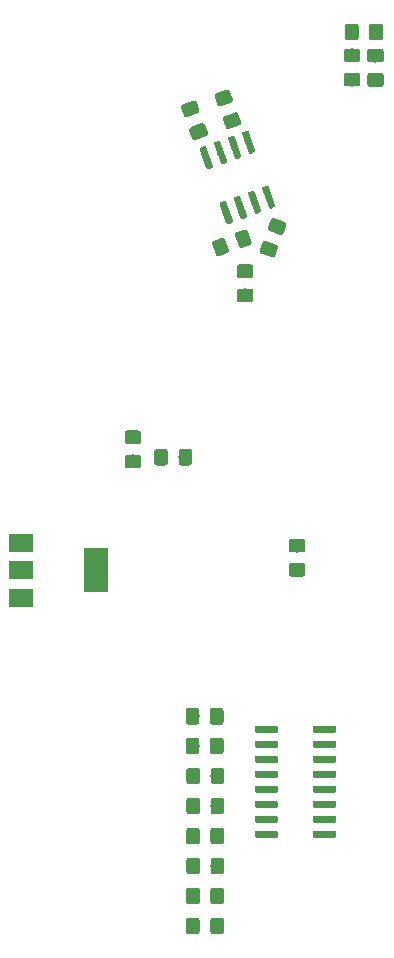
<source format=gbr>
G04 #@! TF.GenerationSoftware,KiCad,Pcbnew,(5.1.2-1)-1*
G04 #@! TF.CreationDate,2023-08-23T14:56:14-04:00*
G04 #@! TF.ProjectId,ESP32_AudioBoard_Rev2,45535033-325f-4417-9564-696f426f6172,rev?*
G04 #@! TF.SameCoordinates,Original*
G04 #@! TF.FileFunction,Paste,Bot*
G04 #@! TF.FilePolarity,Positive*
%FSLAX46Y46*%
G04 Gerber Fmt 4.6, Leading zero omitted, Abs format (unit mm)*
G04 Created by KiCad (PCBNEW (5.1.2-1)-1) date 2023-08-23 14:56:14*
%MOMM*%
%LPD*%
G04 APERTURE LIST*
%ADD10C,0.150000*%
%ADD11C,1.150000*%
%ADD12C,0.600000*%
%ADD13R,2.000000X1.500000*%
%ADD14R,2.000000X3.800000*%
G04 APERTURE END LIST*
D10*
G36*
X40580784Y-51037432D02*
G01*
X40605186Y-51039970D01*
X40629222Y-51044887D01*
X40652659Y-51052137D01*
X41498385Y-51359955D01*
X41521000Y-51369467D01*
X41542574Y-51381150D01*
X41562898Y-51394891D01*
X41581778Y-51410558D01*
X41599031Y-51428001D01*
X41614491Y-51447050D01*
X41628010Y-51467523D01*
X41639457Y-51489223D01*
X41648722Y-51511940D01*
X41655715Y-51535455D01*
X41660370Y-51559544D01*
X41662642Y-51583972D01*
X41662508Y-51608505D01*
X41659970Y-51632907D01*
X41655053Y-51656943D01*
X41647803Y-51680382D01*
X41425489Y-52291184D01*
X41415977Y-52313798D01*
X41404294Y-52335372D01*
X41390553Y-52355696D01*
X41374886Y-52374576D01*
X41357443Y-52391829D01*
X41338394Y-52407289D01*
X41317921Y-52420808D01*
X41296221Y-52432255D01*
X41273504Y-52441520D01*
X41249988Y-52448514D01*
X41225900Y-52453169D01*
X41201472Y-52455440D01*
X41176938Y-52455306D01*
X41152536Y-52452768D01*
X41128500Y-52447851D01*
X41105063Y-52440601D01*
X40259337Y-52132783D01*
X40236722Y-52123271D01*
X40215148Y-52111588D01*
X40194824Y-52097847D01*
X40175944Y-52082180D01*
X40158691Y-52064737D01*
X40143231Y-52045688D01*
X40129712Y-52025215D01*
X40118265Y-52003515D01*
X40109000Y-51980798D01*
X40102007Y-51957283D01*
X40097352Y-51933194D01*
X40095080Y-51908766D01*
X40095214Y-51884233D01*
X40097752Y-51859831D01*
X40102669Y-51835795D01*
X40109919Y-51812356D01*
X40332233Y-51201554D01*
X40341745Y-51178940D01*
X40353428Y-51157366D01*
X40367169Y-51137042D01*
X40382836Y-51118162D01*
X40400279Y-51100909D01*
X40419328Y-51085449D01*
X40439801Y-51071930D01*
X40461501Y-51060483D01*
X40484218Y-51051218D01*
X40507734Y-51044224D01*
X40531822Y-51039569D01*
X40556250Y-51037298D01*
X40580784Y-51037432D01*
X40580784Y-51037432D01*
G37*
D11*
X40878861Y-51746369D03*
D10*
G36*
X41281926Y-49111062D02*
G01*
X41306328Y-49113600D01*
X41330364Y-49118517D01*
X41353801Y-49125767D01*
X42199527Y-49433585D01*
X42222142Y-49443097D01*
X42243716Y-49454780D01*
X42264040Y-49468521D01*
X42282920Y-49484188D01*
X42300173Y-49501631D01*
X42315633Y-49520680D01*
X42329152Y-49541153D01*
X42340599Y-49562853D01*
X42349864Y-49585570D01*
X42356857Y-49609085D01*
X42361512Y-49633174D01*
X42363784Y-49657602D01*
X42363650Y-49682135D01*
X42361112Y-49706537D01*
X42356195Y-49730573D01*
X42348945Y-49754012D01*
X42126631Y-50364814D01*
X42117119Y-50387428D01*
X42105436Y-50409002D01*
X42091695Y-50429326D01*
X42076028Y-50448206D01*
X42058585Y-50465459D01*
X42039536Y-50480919D01*
X42019063Y-50494438D01*
X41997363Y-50505885D01*
X41974646Y-50515150D01*
X41951130Y-50522144D01*
X41927042Y-50526799D01*
X41902614Y-50529070D01*
X41878080Y-50528936D01*
X41853678Y-50526398D01*
X41829642Y-50521481D01*
X41806205Y-50514231D01*
X40960479Y-50206413D01*
X40937864Y-50196901D01*
X40916290Y-50185218D01*
X40895966Y-50171477D01*
X40877086Y-50155810D01*
X40859833Y-50138367D01*
X40844373Y-50119318D01*
X40830854Y-50098845D01*
X40819407Y-50077145D01*
X40810142Y-50054428D01*
X40803149Y-50030913D01*
X40798494Y-50006824D01*
X40796222Y-49982396D01*
X40796356Y-49957863D01*
X40798894Y-49933461D01*
X40803811Y-49909425D01*
X40811061Y-49885986D01*
X41033375Y-49275184D01*
X41042887Y-49252570D01*
X41054570Y-49230996D01*
X41068311Y-49210672D01*
X41083978Y-49191792D01*
X41101421Y-49174539D01*
X41120470Y-49159079D01*
X41140943Y-49145560D01*
X41162643Y-49134113D01*
X41185360Y-49124848D01*
X41208876Y-49117854D01*
X41232964Y-49113199D01*
X41257392Y-49110928D01*
X41281926Y-49111062D01*
X41281926Y-49111062D01*
G37*
D11*
X41580003Y-49819999D03*
D10*
G36*
X39344505Y-53041204D02*
G01*
X39368773Y-53044804D01*
X39392572Y-53050765D01*
X39415671Y-53059030D01*
X39437850Y-53069520D01*
X39458893Y-53082132D01*
X39478599Y-53096747D01*
X39496777Y-53113223D01*
X39513253Y-53131401D01*
X39527868Y-53151107D01*
X39540480Y-53172150D01*
X39550970Y-53194329D01*
X39559235Y-53217428D01*
X39565196Y-53241227D01*
X39568796Y-53265495D01*
X39570000Y-53289999D01*
X39570000Y-53940001D01*
X39568796Y-53964505D01*
X39565196Y-53988773D01*
X39559235Y-54012572D01*
X39550970Y-54035671D01*
X39540480Y-54057850D01*
X39527868Y-54078893D01*
X39513253Y-54098599D01*
X39496777Y-54116777D01*
X39478599Y-54133253D01*
X39458893Y-54147868D01*
X39437850Y-54160480D01*
X39415671Y-54170970D01*
X39392572Y-54179235D01*
X39368773Y-54185196D01*
X39344505Y-54188796D01*
X39320001Y-54190000D01*
X38419999Y-54190000D01*
X38395495Y-54188796D01*
X38371227Y-54185196D01*
X38347428Y-54179235D01*
X38324329Y-54170970D01*
X38302150Y-54160480D01*
X38281107Y-54147868D01*
X38261401Y-54133253D01*
X38243223Y-54116777D01*
X38226747Y-54098599D01*
X38212132Y-54078893D01*
X38199520Y-54057850D01*
X38189030Y-54035671D01*
X38180765Y-54012572D01*
X38174804Y-53988773D01*
X38171204Y-53964505D01*
X38170000Y-53940001D01*
X38170000Y-53289999D01*
X38171204Y-53265495D01*
X38174804Y-53241227D01*
X38180765Y-53217428D01*
X38189030Y-53194329D01*
X38199520Y-53172150D01*
X38212132Y-53151107D01*
X38226747Y-53131401D01*
X38243223Y-53113223D01*
X38261401Y-53096747D01*
X38281107Y-53082132D01*
X38302150Y-53069520D01*
X38324329Y-53059030D01*
X38347428Y-53050765D01*
X38371227Y-53044804D01*
X38395495Y-53041204D01*
X38419999Y-53040000D01*
X39320001Y-53040000D01*
X39344505Y-53041204D01*
X39344505Y-53041204D01*
G37*
D11*
X38870000Y-53615000D03*
D10*
G36*
X39344505Y-55091204D02*
G01*
X39368773Y-55094804D01*
X39392572Y-55100765D01*
X39415671Y-55109030D01*
X39437850Y-55119520D01*
X39458893Y-55132132D01*
X39478599Y-55146747D01*
X39496777Y-55163223D01*
X39513253Y-55181401D01*
X39527868Y-55201107D01*
X39540480Y-55222150D01*
X39550970Y-55244329D01*
X39559235Y-55267428D01*
X39565196Y-55291227D01*
X39568796Y-55315495D01*
X39570000Y-55339999D01*
X39570000Y-55990001D01*
X39568796Y-56014505D01*
X39565196Y-56038773D01*
X39559235Y-56062572D01*
X39550970Y-56085671D01*
X39540480Y-56107850D01*
X39527868Y-56128893D01*
X39513253Y-56148599D01*
X39496777Y-56166777D01*
X39478599Y-56183253D01*
X39458893Y-56197868D01*
X39437850Y-56210480D01*
X39415671Y-56220970D01*
X39392572Y-56229235D01*
X39368773Y-56235196D01*
X39344505Y-56238796D01*
X39320001Y-56240000D01*
X38419999Y-56240000D01*
X38395495Y-56238796D01*
X38371227Y-56235196D01*
X38347428Y-56229235D01*
X38324329Y-56220970D01*
X38302150Y-56210480D01*
X38281107Y-56197868D01*
X38261401Y-56183253D01*
X38243223Y-56166777D01*
X38226747Y-56148599D01*
X38212132Y-56128893D01*
X38199520Y-56107850D01*
X38189030Y-56085671D01*
X38180765Y-56062572D01*
X38174804Y-56038773D01*
X38171204Y-56014505D01*
X38170000Y-55990001D01*
X38170000Y-55339999D01*
X38171204Y-55315495D01*
X38174804Y-55291227D01*
X38180765Y-55267428D01*
X38189030Y-55244329D01*
X38199520Y-55222150D01*
X38212132Y-55201107D01*
X38226747Y-55181401D01*
X38243223Y-55163223D01*
X38261401Y-55146747D01*
X38281107Y-55132132D01*
X38302150Y-55119520D01*
X38324329Y-55109030D01*
X38347428Y-55100765D01*
X38371227Y-55094804D01*
X38395495Y-55091204D01*
X38419999Y-55090000D01*
X39320001Y-55090000D01*
X39344505Y-55091204D01*
X39344505Y-55091204D01*
G37*
D11*
X38870000Y-55665000D03*
D10*
G36*
X36963640Y-50789061D02*
G01*
X36987728Y-50793716D01*
X37011244Y-50800710D01*
X37033961Y-50809975D01*
X37055661Y-50821422D01*
X37076134Y-50834941D01*
X37095183Y-50850401D01*
X37112626Y-50867654D01*
X37128293Y-50886534D01*
X37142034Y-50906858D01*
X37153717Y-50928432D01*
X37163229Y-50951047D01*
X37471047Y-51796773D01*
X37478297Y-51820211D01*
X37483214Y-51844247D01*
X37485752Y-51868649D01*
X37485886Y-51893182D01*
X37483614Y-51917610D01*
X37478959Y-51941699D01*
X37471966Y-51965214D01*
X37462701Y-51987931D01*
X37451254Y-52009631D01*
X37437735Y-52030104D01*
X37422275Y-52049153D01*
X37405022Y-52066596D01*
X37386142Y-52082263D01*
X37365818Y-52096004D01*
X37344244Y-52107687D01*
X37321630Y-52117199D01*
X36710828Y-52339513D01*
X36687390Y-52346763D01*
X36663354Y-52351680D01*
X36638952Y-52354218D01*
X36614418Y-52354352D01*
X36589990Y-52352081D01*
X36565902Y-52347426D01*
X36542386Y-52340432D01*
X36519669Y-52331167D01*
X36497969Y-52319720D01*
X36477496Y-52306201D01*
X36458447Y-52290741D01*
X36441004Y-52273488D01*
X36425337Y-52254608D01*
X36411596Y-52234284D01*
X36399913Y-52212710D01*
X36390401Y-52190095D01*
X36082583Y-51344369D01*
X36075333Y-51320931D01*
X36070416Y-51296895D01*
X36067878Y-51272493D01*
X36067744Y-51247960D01*
X36070016Y-51223532D01*
X36074671Y-51199443D01*
X36081664Y-51175928D01*
X36090929Y-51153211D01*
X36102376Y-51131511D01*
X36115895Y-51111038D01*
X36131355Y-51091989D01*
X36148608Y-51074546D01*
X36167488Y-51058879D01*
X36187812Y-51045138D01*
X36209386Y-51033455D01*
X36232000Y-51023943D01*
X36842802Y-50801629D01*
X36866240Y-50794379D01*
X36890276Y-50789462D01*
X36914678Y-50786924D01*
X36939212Y-50786790D01*
X36963640Y-50789061D01*
X36963640Y-50789061D01*
G37*
D11*
X36776815Y-51570571D03*
D10*
G36*
X38890010Y-50087919D02*
G01*
X38914098Y-50092574D01*
X38937614Y-50099568D01*
X38960331Y-50108833D01*
X38982031Y-50120280D01*
X39002504Y-50133799D01*
X39021553Y-50149259D01*
X39038996Y-50166512D01*
X39054663Y-50185392D01*
X39068404Y-50205716D01*
X39080087Y-50227290D01*
X39089599Y-50249905D01*
X39397417Y-51095631D01*
X39404667Y-51119069D01*
X39409584Y-51143105D01*
X39412122Y-51167507D01*
X39412256Y-51192040D01*
X39409984Y-51216468D01*
X39405329Y-51240557D01*
X39398336Y-51264072D01*
X39389071Y-51286789D01*
X39377624Y-51308489D01*
X39364105Y-51328962D01*
X39348645Y-51348011D01*
X39331392Y-51365454D01*
X39312512Y-51381121D01*
X39292188Y-51394862D01*
X39270614Y-51406545D01*
X39248000Y-51416057D01*
X38637198Y-51638371D01*
X38613760Y-51645621D01*
X38589724Y-51650538D01*
X38565322Y-51653076D01*
X38540788Y-51653210D01*
X38516360Y-51650939D01*
X38492272Y-51646284D01*
X38468756Y-51639290D01*
X38446039Y-51630025D01*
X38424339Y-51618578D01*
X38403866Y-51605059D01*
X38384817Y-51589599D01*
X38367374Y-51572346D01*
X38351707Y-51553466D01*
X38337966Y-51533142D01*
X38326283Y-51511568D01*
X38316771Y-51488953D01*
X38008953Y-50643227D01*
X38001703Y-50619789D01*
X37996786Y-50595753D01*
X37994248Y-50571351D01*
X37994114Y-50546818D01*
X37996386Y-50522390D01*
X38001041Y-50498301D01*
X38008034Y-50474786D01*
X38017299Y-50452069D01*
X38028746Y-50430369D01*
X38042265Y-50409896D01*
X38057725Y-50390847D01*
X38074978Y-50373404D01*
X38093858Y-50357737D01*
X38114182Y-50343996D01*
X38135756Y-50332313D01*
X38158370Y-50322801D01*
X38769172Y-50100487D01*
X38792610Y-50093237D01*
X38816646Y-50088320D01*
X38841048Y-50085782D01*
X38865582Y-50085648D01*
X38890010Y-50087919D01*
X38890010Y-50087919D01*
G37*
D11*
X38703185Y-50869429D03*
D10*
G36*
X37407036Y-38243200D02*
G01*
X37431125Y-38247855D01*
X37454640Y-38254848D01*
X37477357Y-38264113D01*
X37499057Y-38275560D01*
X37519530Y-38289079D01*
X37538579Y-38304539D01*
X37556022Y-38321792D01*
X37571689Y-38340672D01*
X37585430Y-38360996D01*
X37597113Y-38382570D01*
X37606625Y-38405184D01*
X37828939Y-39015986D01*
X37836189Y-39039424D01*
X37841106Y-39063460D01*
X37843644Y-39087862D01*
X37843778Y-39112396D01*
X37841507Y-39136824D01*
X37836852Y-39160912D01*
X37829858Y-39184428D01*
X37820593Y-39207145D01*
X37809146Y-39228845D01*
X37795627Y-39249318D01*
X37780167Y-39268367D01*
X37762914Y-39285810D01*
X37744034Y-39301477D01*
X37723710Y-39315218D01*
X37702136Y-39326901D01*
X37679521Y-39336413D01*
X36833795Y-39644231D01*
X36810357Y-39651481D01*
X36786321Y-39656398D01*
X36761919Y-39658936D01*
X36737386Y-39659070D01*
X36712958Y-39656798D01*
X36688869Y-39652143D01*
X36665354Y-39645150D01*
X36642637Y-39635885D01*
X36620937Y-39624438D01*
X36600464Y-39610919D01*
X36581415Y-39595459D01*
X36563972Y-39578206D01*
X36548305Y-39559326D01*
X36534564Y-39539002D01*
X36522881Y-39517428D01*
X36513369Y-39494814D01*
X36291055Y-38884012D01*
X36283805Y-38860574D01*
X36278888Y-38836538D01*
X36276350Y-38812136D01*
X36276216Y-38787602D01*
X36278487Y-38763174D01*
X36283142Y-38739086D01*
X36290136Y-38715570D01*
X36299401Y-38692853D01*
X36310848Y-38671153D01*
X36324367Y-38650680D01*
X36339827Y-38631631D01*
X36357080Y-38614188D01*
X36375960Y-38598521D01*
X36396284Y-38584780D01*
X36417858Y-38573097D01*
X36440473Y-38563585D01*
X37286199Y-38255767D01*
X37309637Y-38248517D01*
X37333673Y-38243600D01*
X37358075Y-38241062D01*
X37382608Y-38240928D01*
X37407036Y-38243200D01*
X37407036Y-38243200D01*
G37*
D11*
X37059997Y-38949999D03*
D10*
G36*
X38108178Y-40169570D02*
G01*
X38132267Y-40174225D01*
X38155782Y-40181218D01*
X38178499Y-40190483D01*
X38200199Y-40201930D01*
X38220672Y-40215449D01*
X38239721Y-40230909D01*
X38257164Y-40248162D01*
X38272831Y-40267042D01*
X38286572Y-40287366D01*
X38298255Y-40308940D01*
X38307767Y-40331554D01*
X38530081Y-40942356D01*
X38537331Y-40965794D01*
X38542248Y-40989830D01*
X38544786Y-41014232D01*
X38544920Y-41038766D01*
X38542649Y-41063194D01*
X38537994Y-41087282D01*
X38531000Y-41110798D01*
X38521735Y-41133515D01*
X38510288Y-41155215D01*
X38496769Y-41175688D01*
X38481309Y-41194737D01*
X38464056Y-41212180D01*
X38445176Y-41227847D01*
X38424852Y-41241588D01*
X38403278Y-41253271D01*
X38380663Y-41262783D01*
X37534937Y-41570601D01*
X37511499Y-41577851D01*
X37487463Y-41582768D01*
X37463061Y-41585306D01*
X37438528Y-41585440D01*
X37414100Y-41583168D01*
X37390011Y-41578513D01*
X37366496Y-41571520D01*
X37343779Y-41562255D01*
X37322079Y-41550808D01*
X37301606Y-41537289D01*
X37282557Y-41521829D01*
X37265114Y-41504576D01*
X37249447Y-41485696D01*
X37235706Y-41465372D01*
X37224023Y-41443798D01*
X37214511Y-41421184D01*
X36992197Y-40810382D01*
X36984947Y-40786944D01*
X36980030Y-40762908D01*
X36977492Y-40738506D01*
X36977358Y-40713972D01*
X36979629Y-40689544D01*
X36984284Y-40665456D01*
X36991278Y-40641940D01*
X37000543Y-40619223D01*
X37011990Y-40597523D01*
X37025509Y-40577050D01*
X37040969Y-40558001D01*
X37058222Y-40540558D01*
X37077102Y-40524891D01*
X37097426Y-40511150D01*
X37119000Y-40499467D01*
X37141615Y-40489955D01*
X37987341Y-40182137D01*
X38010779Y-40174887D01*
X38034815Y-40169970D01*
X38059217Y-40167432D01*
X38083750Y-40167298D01*
X38108178Y-40169570D01*
X38108178Y-40169570D01*
G37*
D11*
X37761139Y-40876369D03*
D10*
G36*
X34566468Y-39170016D02*
G01*
X34590557Y-39174671D01*
X34614072Y-39181664D01*
X34636789Y-39190929D01*
X34658489Y-39202376D01*
X34678962Y-39215895D01*
X34698011Y-39231355D01*
X34715454Y-39248608D01*
X34731121Y-39267488D01*
X34744862Y-39287812D01*
X34756545Y-39309386D01*
X34766057Y-39332000D01*
X34988371Y-39942802D01*
X34995621Y-39966240D01*
X35000538Y-39990276D01*
X35003076Y-40014678D01*
X35003210Y-40039212D01*
X35000939Y-40063640D01*
X34996284Y-40087728D01*
X34989290Y-40111244D01*
X34980025Y-40133961D01*
X34968578Y-40155661D01*
X34955059Y-40176134D01*
X34939599Y-40195183D01*
X34922346Y-40212626D01*
X34903466Y-40228293D01*
X34883142Y-40242034D01*
X34861568Y-40253717D01*
X34838953Y-40263229D01*
X33993227Y-40571047D01*
X33969789Y-40578297D01*
X33945753Y-40583214D01*
X33921351Y-40585752D01*
X33896818Y-40585886D01*
X33872390Y-40583614D01*
X33848301Y-40578959D01*
X33824786Y-40571966D01*
X33802069Y-40562701D01*
X33780369Y-40551254D01*
X33759896Y-40537735D01*
X33740847Y-40522275D01*
X33723404Y-40505022D01*
X33707737Y-40486142D01*
X33693996Y-40465818D01*
X33682313Y-40444244D01*
X33672801Y-40421630D01*
X33450487Y-39810828D01*
X33443237Y-39787390D01*
X33438320Y-39763354D01*
X33435782Y-39738952D01*
X33435648Y-39714418D01*
X33437919Y-39689990D01*
X33442574Y-39665902D01*
X33449568Y-39642386D01*
X33458833Y-39619669D01*
X33470280Y-39597969D01*
X33483799Y-39577496D01*
X33499259Y-39558447D01*
X33516512Y-39541004D01*
X33535392Y-39525337D01*
X33555716Y-39511596D01*
X33577290Y-39499913D01*
X33599905Y-39490401D01*
X34445631Y-39182583D01*
X34469069Y-39175333D01*
X34493105Y-39170416D01*
X34517507Y-39167878D01*
X34542040Y-39167744D01*
X34566468Y-39170016D01*
X34566468Y-39170016D01*
G37*
D11*
X34219429Y-39876815D03*
D10*
G36*
X35267610Y-41096386D02*
G01*
X35291699Y-41101041D01*
X35315214Y-41108034D01*
X35337931Y-41117299D01*
X35359631Y-41128746D01*
X35380104Y-41142265D01*
X35399153Y-41157725D01*
X35416596Y-41174978D01*
X35432263Y-41193858D01*
X35446004Y-41214182D01*
X35457687Y-41235756D01*
X35467199Y-41258370D01*
X35689513Y-41869172D01*
X35696763Y-41892610D01*
X35701680Y-41916646D01*
X35704218Y-41941048D01*
X35704352Y-41965582D01*
X35702081Y-41990010D01*
X35697426Y-42014098D01*
X35690432Y-42037614D01*
X35681167Y-42060331D01*
X35669720Y-42082031D01*
X35656201Y-42102504D01*
X35640741Y-42121553D01*
X35623488Y-42138996D01*
X35604608Y-42154663D01*
X35584284Y-42168404D01*
X35562710Y-42180087D01*
X35540095Y-42189599D01*
X34694369Y-42497417D01*
X34670931Y-42504667D01*
X34646895Y-42509584D01*
X34622493Y-42512122D01*
X34597960Y-42512256D01*
X34573532Y-42509984D01*
X34549443Y-42505329D01*
X34525928Y-42498336D01*
X34503211Y-42489071D01*
X34481511Y-42477624D01*
X34461038Y-42464105D01*
X34441989Y-42448645D01*
X34424546Y-42431392D01*
X34408879Y-42412512D01*
X34395138Y-42392188D01*
X34383455Y-42370614D01*
X34373943Y-42348000D01*
X34151629Y-41737198D01*
X34144379Y-41713760D01*
X34139462Y-41689724D01*
X34136924Y-41665322D01*
X34136790Y-41640788D01*
X34139061Y-41616360D01*
X34143716Y-41592272D01*
X34150710Y-41568756D01*
X34159975Y-41546039D01*
X34171422Y-41524339D01*
X34184941Y-41503866D01*
X34200401Y-41484817D01*
X34217654Y-41467374D01*
X34236534Y-41451707D01*
X34256858Y-41437966D01*
X34278432Y-41426283D01*
X34301047Y-41416771D01*
X35146773Y-41108953D01*
X35170211Y-41101703D01*
X35194247Y-41096786D01*
X35218649Y-41094248D01*
X35243182Y-41094114D01*
X35267610Y-41096386D01*
X35267610Y-41096386D01*
G37*
D11*
X34920571Y-41803185D03*
D10*
G36*
X32104505Y-68671204D02*
G01*
X32128773Y-68674804D01*
X32152572Y-68680765D01*
X32175671Y-68689030D01*
X32197850Y-68699520D01*
X32218893Y-68712132D01*
X32238599Y-68726747D01*
X32256777Y-68743223D01*
X32273253Y-68761401D01*
X32287868Y-68781107D01*
X32300480Y-68802150D01*
X32310970Y-68824329D01*
X32319235Y-68847428D01*
X32325196Y-68871227D01*
X32328796Y-68895495D01*
X32330000Y-68919999D01*
X32330000Y-69820001D01*
X32328796Y-69844505D01*
X32325196Y-69868773D01*
X32319235Y-69892572D01*
X32310970Y-69915671D01*
X32300480Y-69937850D01*
X32287868Y-69958893D01*
X32273253Y-69978599D01*
X32256777Y-69996777D01*
X32238599Y-70013253D01*
X32218893Y-70027868D01*
X32197850Y-70040480D01*
X32175671Y-70050970D01*
X32152572Y-70059235D01*
X32128773Y-70065196D01*
X32104505Y-70068796D01*
X32080001Y-70070000D01*
X31429999Y-70070000D01*
X31405495Y-70068796D01*
X31381227Y-70065196D01*
X31357428Y-70059235D01*
X31334329Y-70050970D01*
X31312150Y-70040480D01*
X31291107Y-70027868D01*
X31271401Y-70013253D01*
X31253223Y-69996777D01*
X31236747Y-69978599D01*
X31222132Y-69958893D01*
X31209520Y-69937850D01*
X31199030Y-69915671D01*
X31190765Y-69892572D01*
X31184804Y-69868773D01*
X31181204Y-69844505D01*
X31180000Y-69820001D01*
X31180000Y-68919999D01*
X31181204Y-68895495D01*
X31184804Y-68871227D01*
X31190765Y-68847428D01*
X31199030Y-68824329D01*
X31209520Y-68802150D01*
X31222132Y-68781107D01*
X31236747Y-68761401D01*
X31253223Y-68743223D01*
X31271401Y-68726747D01*
X31291107Y-68712132D01*
X31312150Y-68699520D01*
X31334329Y-68689030D01*
X31357428Y-68680765D01*
X31381227Y-68674804D01*
X31405495Y-68671204D01*
X31429999Y-68670000D01*
X32080001Y-68670000D01*
X32104505Y-68671204D01*
X32104505Y-68671204D01*
G37*
D11*
X31755000Y-69370000D03*
D10*
G36*
X34154505Y-68671204D02*
G01*
X34178773Y-68674804D01*
X34202572Y-68680765D01*
X34225671Y-68689030D01*
X34247850Y-68699520D01*
X34268893Y-68712132D01*
X34288599Y-68726747D01*
X34306777Y-68743223D01*
X34323253Y-68761401D01*
X34337868Y-68781107D01*
X34350480Y-68802150D01*
X34360970Y-68824329D01*
X34369235Y-68847428D01*
X34375196Y-68871227D01*
X34378796Y-68895495D01*
X34380000Y-68919999D01*
X34380000Y-69820001D01*
X34378796Y-69844505D01*
X34375196Y-69868773D01*
X34369235Y-69892572D01*
X34360970Y-69915671D01*
X34350480Y-69937850D01*
X34337868Y-69958893D01*
X34323253Y-69978599D01*
X34306777Y-69996777D01*
X34288599Y-70013253D01*
X34268893Y-70027868D01*
X34247850Y-70040480D01*
X34225671Y-70050970D01*
X34202572Y-70059235D01*
X34178773Y-70065196D01*
X34154505Y-70068796D01*
X34130001Y-70070000D01*
X33479999Y-70070000D01*
X33455495Y-70068796D01*
X33431227Y-70065196D01*
X33407428Y-70059235D01*
X33384329Y-70050970D01*
X33362150Y-70040480D01*
X33341107Y-70027868D01*
X33321401Y-70013253D01*
X33303223Y-69996777D01*
X33286747Y-69978599D01*
X33272132Y-69958893D01*
X33259520Y-69937850D01*
X33249030Y-69915671D01*
X33240765Y-69892572D01*
X33234804Y-69868773D01*
X33231204Y-69844505D01*
X33230000Y-69820001D01*
X33230000Y-68919999D01*
X33231204Y-68895495D01*
X33234804Y-68871227D01*
X33240765Y-68847428D01*
X33249030Y-68824329D01*
X33259520Y-68802150D01*
X33272132Y-68781107D01*
X33286747Y-68761401D01*
X33303223Y-68743223D01*
X33321401Y-68726747D01*
X33341107Y-68712132D01*
X33362150Y-68699520D01*
X33384329Y-68689030D01*
X33407428Y-68680765D01*
X33431227Y-68674804D01*
X33455495Y-68671204D01*
X33479999Y-68670000D01*
X34130001Y-68670000D01*
X34154505Y-68671204D01*
X34154505Y-68671204D01*
G37*
D11*
X33805000Y-69370000D03*
D10*
G36*
X39050967Y-41719299D02*
G01*
X39065420Y-41722092D01*
X39079529Y-41726288D01*
X39093160Y-41731847D01*
X39106180Y-41738715D01*
X39118463Y-41746826D01*
X39129893Y-41756103D01*
X39140359Y-41766455D01*
X39149759Y-41777782D01*
X39158004Y-41789977D01*
X39165014Y-41802921D01*
X39170721Y-41816490D01*
X39735055Y-43366982D01*
X39739405Y-43381045D01*
X39742355Y-43395466D01*
X39743878Y-43410108D01*
X39743958Y-43424828D01*
X39742595Y-43439485D01*
X39739802Y-43453938D01*
X39735606Y-43468047D01*
X39730047Y-43481678D01*
X39723179Y-43494697D01*
X39715068Y-43506981D01*
X39705791Y-43518411D01*
X39695440Y-43528877D01*
X39684112Y-43538277D01*
X39671917Y-43546522D01*
X39658973Y-43553532D01*
X39645404Y-43559239D01*
X39363496Y-43661845D01*
X39349433Y-43666195D01*
X39335011Y-43669145D01*
X39320370Y-43670668D01*
X39305650Y-43670748D01*
X39290993Y-43669385D01*
X39276540Y-43666592D01*
X39262431Y-43662396D01*
X39248800Y-43656837D01*
X39235780Y-43649969D01*
X39223497Y-43641858D01*
X39212067Y-43632581D01*
X39201601Y-43622229D01*
X39192201Y-43610902D01*
X39183956Y-43598707D01*
X39176946Y-43585763D01*
X39171239Y-43572194D01*
X38606905Y-42021702D01*
X38602555Y-42007639D01*
X38599605Y-41993218D01*
X38598082Y-41978576D01*
X38598002Y-41963856D01*
X38599365Y-41949199D01*
X38602158Y-41934746D01*
X38606354Y-41920637D01*
X38611913Y-41907006D01*
X38618781Y-41893987D01*
X38626892Y-41881703D01*
X38636169Y-41870273D01*
X38646520Y-41859807D01*
X38657848Y-41850407D01*
X38670043Y-41842162D01*
X38682987Y-41835152D01*
X38696556Y-41829445D01*
X38978464Y-41726839D01*
X38992527Y-41722489D01*
X39006949Y-41719539D01*
X39021590Y-41718016D01*
X39036310Y-41717936D01*
X39050967Y-41719299D01*
X39050967Y-41719299D01*
G37*
D12*
X39170980Y-42694342D03*
D10*
G36*
X37857557Y-42153665D02*
G01*
X37872010Y-42156458D01*
X37886119Y-42160654D01*
X37899750Y-42166213D01*
X37912770Y-42173081D01*
X37925053Y-42181192D01*
X37936483Y-42190469D01*
X37946949Y-42200821D01*
X37956349Y-42212148D01*
X37964594Y-42224343D01*
X37971604Y-42237287D01*
X37977311Y-42250856D01*
X38541645Y-43801348D01*
X38545995Y-43815411D01*
X38548945Y-43829832D01*
X38550468Y-43844474D01*
X38550548Y-43859194D01*
X38549185Y-43873851D01*
X38546392Y-43888304D01*
X38542196Y-43902413D01*
X38536637Y-43916044D01*
X38529769Y-43929063D01*
X38521658Y-43941347D01*
X38512381Y-43952777D01*
X38502030Y-43963243D01*
X38490702Y-43972643D01*
X38478507Y-43980888D01*
X38465563Y-43987898D01*
X38451994Y-43993605D01*
X38170086Y-44096211D01*
X38156023Y-44100561D01*
X38141601Y-44103511D01*
X38126960Y-44105034D01*
X38112240Y-44105114D01*
X38097583Y-44103751D01*
X38083130Y-44100958D01*
X38069021Y-44096762D01*
X38055390Y-44091203D01*
X38042370Y-44084335D01*
X38030087Y-44076224D01*
X38018657Y-44066947D01*
X38008191Y-44056595D01*
X37998791Y-44045268D01*
X37990546Y-44033073D01*
X37983536Y-44020129D01*
X37977829Y-44006560D01*
X37413495Y-42456068D01*
X37409145Y-42442005D01*
X37406195Y-42427584D01*
X37404672Y-42412942D01*
X37404592Y-42398222D01*
X37405955Y-42383565D01*
X37408748Y-42369112D01*
X37412944Y-42355003D01*
X37418503Y-42341372D01*
X37425371Y-42328353D01*
X37433482Y-42316069D01*
X37442759Y-42304639D01*
X37453110Y-42294173D01*
X37464438Y-42284773D01*
X37476633Y-42276528D01*
X37489577Y-42269518D01*
X37503146Y-42263811D01*
X37785054Y-42161205D01*
X37799117Y-42156855D01*
X37813539Y-42153905D01*
X37828180Y-42152382D01*
X37842900Y-42152302D01*
X37857557Y-42153665D01*
X37857557Y-42153665D01*
G37*
D12*
X37977570Y-43128708D03*
D10*
G36*
X36664147Y-42588031D02*
G01*
X36678600Y-42590824D01*
X36692709Y-42595020D01*
X36706340Y-42600579D01*
X36719360Y-42607447D01*
X36731643Y-42615558D01*
X36743073Y-42624835D01*
X36753539Y-42635187D01*
X36762939Y-42646514D01*
X36771184Y-42658709D01*
X36778194Y-42671653D01*
X36783901Y-42685222D01*
X37348235Y-44235714D01*
X37352585Y-44249777D01*
X37355535Y-44264198D01*
X37357058Y-44278840D01*
X37357138Y-44293560D01*
X37355775Y-44308217D01*
X37352982Y-44322670D01*
X37348786Y-44336779D01*
X37343227Y-44350410D01*
X37336359Y-44363429D01*
X37328248Y-44375713D01*
X37318971Y-44387143D01*
X37308620Y-44397609D01*
X37297292Y-44407009D01*
X37285097Y-44415254D01*
X37272153Y-44422264D01*
X37258584Y-44427971D01*
X36976676Y-44530577D01*
X36962613Y-44534927D01*
X36948191Y-44537877D01*
X36933550Y-44539400D01*
X36918830Y-44539480D01*
X36904173Y-44538117D01*
X36889720Y-44535324D01*
X36875611Y-44531128D01*
X36861980Y-44525569D01*
X36848960Y-44518701D01*
X36836677Y-44510590D01*
X36825247Y-44501313D01*
X36814781Y-44490961D01*
X36805381Y-44479634D01*
X36797136Y-44467439D01*
X36790126Y-44454495D01*
X36784419Y-44440926D01*
X36220085Y-42890434D01*
X36215735Y-42876371D01*
X36212785Y-42861950D01*
X36211262Y-42847308D01*
X36211182Y-42832588D01*
X36212545Y-42817931D01*
X36215338Y-42803478D01*
X36219534Y-42789369D01*
X36225093Y-42775738D01*
X36231961Y-42762719D01*
X36240072Y-42750435D01*
X36249349Y-42739005D01*
X36259700Y-42728539D01*
X36271028Y-42719139D01*
X36283223Y-42710894D01*
X36296167Y-42703884D01*
X36309736Y-42698177D01*
X36591644Y-42595571D01*
X36605707Y-42591221D01*
X36620129Y-42588271D01*
X36634770Y-42586748D01*
X36649490Y-42586668D01*
X36664147Y-42588031D01*
X36664147Y-42588031D01*
G37*
D12*
X36784160Y-43563074D03*
D10*
G36*
X35470738Y-43022396D02*
G01*
X35485191Y-43025189D01*
X35499300Y-43029385D01*
X35512931Y-43034944D01*
X35525951Y-43041812D01*
X35538234Y-43049923D01*
X35549664Y-43059200D01*
X35560130Y-43069552D01*
X35569530Y-43080879D01*
X35577775Y-43093074D01*
X35584785Y-43106018D01*
X35590492Y-43119587D01*
X36154826Y-44670079D01*
X36159176Y-44684142D01*
X36162126Y-44698563D01*
X36163649Y-44713205D01*
X36163729Y-44727925D01*
X36162366Y-44742582D01*
X36159573Y-44757035D01*
X36155377Y-44771144D01*
X36149818Y-44784775D01*
X36142950Y-44797794D01*
X36134839Y-44810078D01*
X36125562Y-44821508D01*
X36115211Y-44831974D01*
X36103883Y-44841374D01*
X36091688Y-44849619D01*
X36078744Y-44856629D01*
X36065175Y-44862336D01*
X35783267Y-44964942D01*
X35769204Y-44969292D01*
X35754782Y-44972242D01*
X35740141Y-44973765D01*
X35725421Y-44973845D01*
X35710764Y-44972482D01*
X35696311Y-44969689D01*
X35682202Y-44965493D01*
X35668571Y-44959934D01*
X35655551Y-44953066D01*
X35643268Y-44944955D01*
X35631838Y-44935678D01*
X35621372Y-44925326D01*
X35611972Y-44913999D01*
X35603727Y-44901804D01*
X35596717Y-44888860D01*
X35591010Y-44875291D01*
X35026676Y-43324799D01*
X35022326Y-43310736D01*
X35019376Y-43296315D01*
X35017853Y-43281673D01*
X35017773Y-43266953D01*
X35019136Y-43252296D01*
X35021929Y-43237843D01*
X35026125Y-43223734D01*
X35031684Y-43210103D01*
X35038552Y-43197084D01*
X35046663Y-43184800D01*
X35055940Y-43173370D01*
X35066291Y-43162904D01*
X35077619Y-43153504D01*
X35089814Y-43145259D01*
X35102758Y-43138249D01*
X35116327Y-43132542D01*
X35398235Y-43029936D01*
X35412298Y-43025586D01*
X35426720Y-43022636D01*
X35441361Y-43021113D01*
X35456081Y-43021033D01*
X35470738Y-43022396D01*
X35470738Y-43022396D01*
G37*
D12*
X35590751Y-43997439D03*
D10*
G36*
X37163737Y-47673875D02*
G01*
X37178190Y-47676668D01*
X37192299Y-47680864D01*
X37205930Y-47686423D01*
X37218950Y-47693291D01*
X37231233Y-47701402D01*
X37242663Y-47710679D01*
X37253129Y-47721031D01*
X37262529Y-47732358D01*
X37270774Y-47744553D01*
X37277784Y-47757497D01*
X37283491Y-47771066D01*
X37847825Y-49321558D01*
X37852175Y-49335621D01*
X37855125Y-49350042D01*
X37856648Y-49364684D01*
X37856728Y-49379404D01*
X37855365Y-49394061D01*
X37852572Y-49408514D01*
X37848376Y-49422623D01*
X37842817Y-49436254D01*
X37835949Y-49449273D01*
X37827838Y-49461557D01*
X37818561Y-49472987D01*
X37808210Y-49483453D01*
X37796882Y-49492853D01*
X37784687Y-49501098D01*
X37771743Y-49508108D01*
X37758174Y-49513815D01*
X37476266Y-49616421D01*
X37462203Y-49620771D01*
X37447781Y-49623721D01*
X37433140Y-49625244D01*
X37418420Y-49625324D01*
X37403763Y-49623961D01*
X37389310Y-49621168D01*
X37375201Y-49616972D01*
X37361570Y-49611413D01*
X37348550Y-49604545D01*
X37336267Y-49596434D01*
X37324837Y-49587157D01*
X37314371Y-49576805D01*
X37304971Y-49565478D01*
X37296726Y-49553283D01*
X37289716Y-49540339D01*
X37284009Y-49526770D01*
X36719675Y-47976278D01*
X36715325Y-47962215D01*
X36712375Y-47947794D01*
X36710852Y-47933152D01*
X36710772Y-47918432D01*
X36712135Y-47903775D01*
X36714928Y-47889322D01*
X36719124Y-47875213D01*
X36724683Y-47861582D01*
X36731551Y-47848563D01*
X36739662Y-47836279D01*
X36748939Y-47824849D01*
X36759290Y-47814383D01*
X36770618Y-47804983D01*
X36782813Y-47796738D01*
X36795757Y-47789728D01*
X36809326Y-47784021D01*
X37091234Y-47681415D01*
X37105297Y-47677065D01*
X37119719Y-47674115D01*
X37134360Y-47672592D01*
X37149080Y-47672512D01*
X37163737Y-47673875D01*
X37163737Y-47673875D01*
G37*
D12*
X37283750Y-48648918D03*
D10*
G36*
X38357147Y-47239509D02*
G01*
X38371600Y-47242302D01*
X38385709Y-47246498D01*
X38399340Y-47252057D01*
X38412360Y-47258925D01*
X38424643Y-47267036D01*
X38436073Y-47276313D01*
X38446539Y-47286665D01*
X38455939Y-47297992D01*
X38464184Y-47310187D01*
X38471194Y-47323131D01*
X38476901Y-47336700D01*
X39041235Y-48887192D01*
X39045585Y-48901255D01*
X39048535Y-48915676D01*
X39050058Y-48930318D01*
X39050138Y-48945038D01*
X39048775Y-48959695D01*
X39045982Y-48974148D01*
X39041786Y-48988257D01*
X39036227Y-49001888D01*
X39029359Y-49014907D01*
X39021248Y-49027191D01*
X39011971Y-49038621D01*
X39001620Y-49049087D01*
X38990292Y-49058487D01*
X38978097Y-49066732D01*
X38965153Y-49073742D01*
X38951584Y-49079449D01*
X38669676Y-49182055D01*
X38655613Y-49186405D01*
X38641191Y-49189355D01*
X38626550Y-49190878D01*
X38611830Y-49190958D01*
X38597173Y-49189595D01*
X38582720Y-49186802D01*
X38568611Y-49182606D01*
X38554980Y-49177047D01*
X38541960Y-49170179D01*
X38529677Y-49162068D01*
X38518247Y-49152791D01*
X38507781Y-49142439D01*
X38498381Y-49131112D01*
X38490136Y-49118917D01*
X38483126Y-49105973D01*
X38477419Y-49092404D01*
X37913085Y-47541912D01*
X37908735Y-47527849D01*
X37905785Y-47513428D01*
X37904262Y-47498786D01*
X37904182Y-47484066D01*
X37905545Y-47469409D01*
X37908338Y-47454956D01*
X37912534Y-47440847D01*
X37918093Y-47427216D01*
X37924961Y-47414197D01*
X37933072Y-47401913D01*
X37942349Y-47390483D01*
X37952700Y-47380017D01*
X37964028Y-47370617D01*
X37976223Y-47362372D01*
X37989167Y-47355362D01*
X38002736Y-47349655D01*
X38284644Y-47247049D01*
X38298707Y-47242699D01*
X38313129Y-47239749D01*
X38327770Y-47238226D01*
X38342490Y-47238146D01*
X38357147Y-47239509D01*
X38357147Y-47239509D01*
G37*
D12*
X38477160Y-48214552D03*
D10*
G36*
X39550557Y-46805143D02*
G01*
X39565010Y-46807936D01*
X39579119Y-46812132D01*
X39592750Y-46817691D01*
X39605770Y-46824559D01*
X39618053Y-46832670D01*
X39629483Y-46841947D01*
X39639949Y-46852299D01*
X39649349Y-46863626D01*
X39657594Y-46875821D01*
X39664604Y-46888765D01*
X39670311Y-46902334D01*
X40234645Y-48452826D01*
X40238995Y-48466889D01*
X40241945Y-48481310D01*
X40243468Y-48495952D01*
X40243548Y-48510672D01*
X40242185Y-48525329D01*
X40239392Y-48539782D01*
X40235196Y-48553891D01*
X40229637Y-48567522D01*
X40222769Y-48580541D01*
X40214658Y-48592825D01*
X40205381Y-48604255D01*
X40195030Y-48614721D01*
X40183702Y-48624121D01*
X40171507Y-48632366D01*
X40158563Y-48639376D01*
X40144994Y-48645083D01*
X39863086Y-48747689D01*
X39849023Y-48752039D01*
X39834601Y-48754989D01*
X39819960Y-48756512D01*
X39805240Y-48756592D01*
X39790583Y-48755229D01*
X39776130Y-48752436D01*
X39762021Y-48748240D01*
X39748390Y-48742681D01*
X39735370Y-48735813D01*
X39723087Y-48727702D01*
X39711657Y-48718425D01*
X39701191Y-48708073D01*
X39691791Y-48696746D01*
X39683546Y-48684551D01*
X39676536Y-48671607D01*
X39670829Y-48658038D01*
X39106495Y-47107546D01*
X39102145Y-47093483D01*
X39099195Y-47079062D01*
X39097672Y-47064420D01*
X39097592Y-47049700D01*
X39098955Y-47035043D01*
X39101748Y-47020590D01*
X39105944Y-47006481D01*
X39111503Y-46992850D01*
X39118371Y-46979831D01*
X39126482Y-46967547D01*
X39135759Y-46956117D01*
X39146110Y-46945651D01*
X39157438Y-46936251D01*
X39169633Y-46928006D01*
X39182577Y-46920996D01*
X39196146Y-46915289D01*
X39478054Y-46812683D01*
X39492117Y-46808333D01*
X39506539Y-46805383D01*
X39521180Y-46803860D01*
X39535900Y-46803780D01*
X39550557Y-46805143D01*
X39550557Y-46805143D01*
G37*
D12*
X39670570Y-47780186D03*
D10*
G36*
X40743966Y-46370778D02*
G01*
X40758419Y-46373571D01*
X40772528Y-46377767D01*
X40786159Y-46383326D01*
X40799179Y-46390194D01*
X40811462Y-46398305D01*
X40822892Y-46407582D01*
X40833358Y-46417934D01*
X40842758Y-46429261D01*
X40851003Y-46441456D01*
X40858013Y-46454400D01*
X40863720Y-46467969D01*
X41428054Y-48018461D01*
X41432404Y-48032524D01*
X41435354Y-48046945D01*
X41436877Y-48061587D01*
X41436957Y-48076307D01*
X41435594Y-48090964D01*
X41432801Y-48105417D01*
X41428605Y-48119526D01*
X41423046Y-48133157D01*
X41416178Y-48146176D01*
X41408067Y-48158460D01*
X41398790Y-48169890D01*
X41388439Y-48180356D01*
X41377111Y-48189756D01*
X41364916Y-48198001D01*
X41351972Y-48205011D01*
X41338403Y-48210718D01*
X41056495Y-48313324D01*
X41042432Y-48317674D01*
X41028010Y-48320624D01*
X41013369Y-48322147D01*
X40998649Y-48322227D01*
X40983992Y-48320864D01*
X40969539Y-48318071D01*
X40955430Y-48313875D01*
X40941799Y-48308316D01*
X40928779Y-48301448D01*
X40916496Y-48293337D01*
X40905066Y-48284060D01*
X40894600Y-48273708D01*
X40885200Y-48262381D01*
X40876955Y-48250186D01*
X40869945Y-48237242D01*
X40864238Y-48223673D01*
X40299904Y-46673181D01*
X40295554Y-46659118D01*
X40292604Y-46644697D01*
X40291081Y-46630055D01*
X40291001Y-46615335D01*
X40292364Y-46600678D01*
X40295157Y-46586225D01*
X40299353Y-46572116D01*
X40304912Y-46558485D01*
X40311780Y-46545466D01*
X40319891Y-46533182D01*
X40329168Y-46521752D01*
X40339519Y-46511286D01*
X40350847Y-46501886D01*
X40363042Y-46493641D01*
X40375986Y-46486631D01*
X40389555Y-46480924D01*
X40671463Y-46378318D01*
X40685526Y-46373968D01*
X40699948Y-46371018D01*
X40714589Y-46369495D01*
X40729309Y-46369415D01*
X40743966Y-46370778D01*
X40743966Y-46370778D01*
G37*
D12*
X40863979Y-47345821D03*
D10*
G36*
X48394505Y-36831204D02*
G01*
X48418773Y-36834804D01*
X48442572Y-36840765D01*
X48465671Y-36849030D01*
X48487850Y-36859520D01*
X48508893Y-36872132D01*
X48528599Y-36886747D01*
X48546777Y-36903223D01*
X48563253Y-36921401D01*
X48577868Y-36941107D01*
X48590480Y-36962150D01*
X48600970Y-36984329D01*
X48609235Y-37007428D01*
X48615196Y-37031227D01*
X48618796Y-37055495D01*
X48620000Y-37079999D01*
X48620000Y-37730001D01*
X48618796Y-37754505D01*
X48615196Y-37778773D01*
X48609235Y-37802572D01*
X48600970Y-37825671D01*
X48590480Y-37847850D01*
X48577868Y-37868893D01*
X48563253Y-37888599D01*
X48546777Y-37906777D01*
X48528599Y-37923253D01*
X48508893Y-37937868D01*
X48487850Y-37950480D01*
X48465671Y-37960970D01*
X48442572Y-37969235D01*
X48418773Y-37975196D01*
X48394505Y-37978796D01*
X48370001Y-37980000D01*
X47469999Y-37980000D01*
X47445495Y-37978796D01*
X47421227Y-37975196D01*
X47397428Y-37969235D01*
X47374329Y-37960970D01*
X47352150Y-37950480D01*
X47331107Y-37937868D01*
X47311401Y-37923253D01*
X47293223Y-37906777D01*
X47276747Y-37888599D01*
X47262132Y-37868893D01*
X47249520Y-37847850D01*
X47239030Y-37825671D01*
X47230765Y-37802572D01*
X47224804Y-37778773D01*
X47221204Y-37754505D01*
X47220000Y-37730001D01*
X47220000Y-37079999D01*
X47221204Y-37055495D01*
X47224804Y-37031227D01*
X47230765Y-37007428D01*
X47239030Y-36984329D01*
X47249520Y-36962150D01*
X47262132Y-36941107D01*
X47276747Y-36921401D01*
X47293223Y-36903223D01*
X47311401Y-36886747D01*
X47331107Y-36872132D01*
X47352150Y-36859520D01*
X47374329Y-36849030D01*
X47397428Y-36840765D01*
X47421227Y-36834804D01*
X47445495Y-36831204D01*
X47469999Y-36830000D01*
X48370001Y-36830000D01*
X48394505Y-36831204D01*
X48394505Y-36831204D01*
G37*
D11*
X47920000Y-37405000D03*
D10*
G36*
X48394505Y-34781204D02*
G01*
X48418773Y-34784804D01*
X48442572Y-34790765D01*
X48465671Y-34799030D01*
X48487850Y-34809520D01*
X48508893Y-34822132D01*
X48528599Y-34836747D01*
X48546777Y-34853223D01*
X48563253Y-34871401D01*
X48577868Y-34891107D01*
X48590480Y-34912150D01*
X48600970Y-34934329D01*
X48609235Y-34957428D01*
X48615196Y-34981227D01*
X48618796Y-35005495D01*
X48620000Y-35029999D01*
X48620000Y-35680001D01*
X48618796Y-35704505D01*
X48615196Y-35728773D01*
X48609235Y-35752572D01*
X48600970Y-35775671D01*
X48590480Y-35797850D01*
X48577868Y-35818893D01*
X48563253Y-35838599D01*
X48546777Y-35856777D01*
X48528599Y-35873253D01*
X48508893Y-35887868D01*
X48487850Y-35900480D01*
X48465671Y-35910970D01*
X48442572Y-35919235D01*
X48418773Y-35925196D01*
X48394505Y-35928796D01*
X48370001Y-35930000D01*
X47469999Y-35930000D01*
X47445495Y-35928796D01*
X47421227Y-35925196D01*
X47397428Y-35919235D01*
X47374329Y-35910970D01*
X47352150Y-35900480D01*
X47331107Y-35887868D01*
X47311401Y-35873253D01*
X47293223Y-35856777D01*
X47276747Y-35838599D01*
X47262132Y-35818893D01*
X47249520Y-35797850D01*
X47239030Y-35775671D01*
X47230765Y-35752572D01*
X47224804Y-35728773D01*
X47221204Y-35704505D01*
X47220000Y-35680001D01*
X47220000Y-35029999D01*
X47221204Y-35005495D01*
X47224804Y-34981227D01*
X47230765Y-34957428D01*
X47239030Y-34934329D01*
X47249520Y-34912150D01*
X47262132Y-34891107D01*
X47276747Y-34871401D01*
X47293223Y-34853223D01*
X47311401Y-34836747D01*
X47331107Y-34822132D01*
X47352150Y-34809520D01*
X47374329Y-34799030D01*
X47397428Y-34790765D01*
X47421227Y-34784804D01*
X47445495Y-34781204D01*
X47469999Y-34780000D01*
X48370001Y-34780000D01*
X48394505Y-34781204D01*
X48394505Y-34781204D01*
G37*
D11*
X47920000Y-35355000D03*
D10*
G36*
X41484703Y-92085722D02*
G01*
X41499264Y-92087882D01*
X41513543Y-92091459D01*
X41527403Y-92096418D01*
X41540710Y-92102712D01*
X41553336Y-92110280D01*
X41565159Y-92119048D01*
X41576066Y-92128934D01*
X41585952Y-92139841D01*
X41594720Y-92151664D01*
X41602288Y-92164290D01*
X41608582Y-92177597D01*
X41613541Y-92191457D01*
X41617118Y-92205736D01*
X41619278Y-92220297D01*
X41620000Y-92235000D01*
X41620000Y-92535000D01*
X41619278Y-92549703D01*
X41617118Y-92564264D01*
X41613541Y-92578543D01*
X41608582Y-92592403D01*
X41602288Y-92605710D01*
X41594720Y-92618336D01*
X41585952Y-92630159D01*
X41576066Y-92641066D01*
X41565159Y-92650952D01*
X41553336Y-92659720D01*
X41540710Y-92667288D01*
X41527403Y-92673582D01*
X41513543Y-92678541D01*
X41499264Y-92682118D01*
X41484703Y-92684278D01*
X41470000Y-92685000D01*
X39820000Y-92685000D01*
X39805297Y-92684278D01*
X39790736Y-92682118D01*
X39776457Y-92678541D01*
X39762597Y-92673582D01*
X39749290Y-92667288D01*
X39736664Y-92659720D01*
X39724841Y-92650952D01*
X39713934Y-92641066D01*
X39704048Y-92630159D01*
X39695280Y-92618336D01*
X39687712Y-92605710D01*
X39681418Y-92592403D01*
X39676459Y-92578543D01*
X39672882Y-92564264D01*
X39670722Y-92549703D01*
X39670000Y-92535000D01*
X39670000Y-92235000D01*
X39670722Y-92220297D01*
X39672882Y-92205736D01*
X39676459Y-92191457D01*
X39681418Y-92177597D01*
X39687712Y-92164290D01*
X39695280Y-92151664D01*
X39704048Y-92139841D01*
X39713934Y-92128934D01*
X39724841Y-92119048D01*
X39736664Y-92110280D01*
X39749290Y-92102712D01*
X39762597Y-92096418D01*
X39776457Y-92091459D01*
X39790736Y-92087882D01*
X39805297Y-92085722D01*
X39820000Y-92085000D01*
X41470000Y-92085000D01*
X41484703Y-92085722D01*
X41484703Y-92085722D01*
G37*
D12*
X40645000Y-92385000D03*
D10*
G36*
X41484703Y-93355722D02*
G01*
X41499264Y-93357882D01*
X41513543Y-93361459D01*
X41527403Y-93366418D01*
X41540710Y-93372712D01*
X41553336Y-93380280D01*
X41565159Y-93389048D01*
X41576066Y-93398934D01*
X41585952Y-93409841D01*
X41594720Y-93421664D01*
X41602288Y-93434290D01*
X41608582Y-93447597D01*
X41613541Y-93461457D01*
X41617118Y-93475736D01*
X41619278Y-93490297D01*
X41620000Y-93505000D01*
X41620000Y-93805000D01*
X41619278Y-93819703D01*
X41617118Y-93834264D01*
X41613541Y-93848543D01*
X41608582Y-93862403D01*
X41602288Y-93875710D01*
X41594720Y-93888336D01*
X41585952Y-93900159D01*
X41576066Y-93911066D01*
X41565159Y-93920952D01*
X41553336Y-93929720D01*
X41540710Y-93937288D01*
X41527403Y-93943582D01*
X41513543Y-93948541D01*
X41499264Y-93952118D01*
X41484703Y-93954278D01*
X41470000Y-93955000D01*
X39820000Y-93955000D01*
X39805297Y-93954278D01*
X39790736Y-93952118D01*
X39776457Y-93948541D01*
X39762597Y-93943582D01*
X39749290Y-93937288D01*
X39736664Y-93929720D01*
X39724841Y-93920952D01*
X39713934Y-93911066D01*
X39704048Y-93900159D01*
X39695280Y-93888336D01*
X39687712Y-93875710D01*
X39681418Y-93862403D01*
X39676459Y-93848543D01*
X39672882Y-93834264D01*
X39670722Y-93819703D01*
X39670000Y-93805000D01*
X39670000Y-93505000D01*
X39670722Y-93490297D01*
X39672882Y-93475736D01*
X39676459Y-93461457D01*
X39681418Y-93447597D01*
X39687712Y-93434290D01*
X39695280Y-93421664D01*
X39704048Y-93409841D01*
X39713934Y-93398934D01*
X39724841Y-93389048D01*
X39736664Y-93380280D01*
X39749290Y-93372712D01*
X39762597Y-93366418D01*
X39776457Y-93361459D01*
X39790736Y-93357882D01*
X39805297Y-93355722D01*
X39820000Y-93355000D01*
X41470000Y-93355000D01*
X41484703Y-93355722D01*
X41484703Y-93355722D01*
G37*
D12*
X40645000Y-93655000D03*
D10*
G36*
X41484703Y-94625722D02*
G01*
X41499264Y-94627882D01*
X41513543Y-94631459D01*
X41527403Y-94636418D01*
X41540710Y-94642712D01*
X41553336Y-94650280D01*
X41565159Y-94659048D01*
X41576066Y-94668934D01*
X41585952Y-94679841D01*
X41594720Y-94691664D01*
X41602288Y-94704290D01*
X41608582Y-94717597D01*
X41613541Y-94731457D01*
X41617118Y-94745736D01*
X41619278Y-94760297D01*
X41620000Y-94775000D01*
X41620000Y-95075000D01*
X41619278Y-95089703D01*
X41617118Y-95104264D01*
X41613541Y-95118543D01*
X41608582Y-95132403D01*
X41602288Y-95145710D01*
X41594720Y-95158336D01*
X41585952Y-95170159D01*
X41576066Y-95181066D01*
X41565159Y-95190952D01*
X41553336Y-95199720D01*
X41540710Y-95207288D01*
X41527403Y-95213582D01*
X41513543Y-95218541D01*
X41499264Y-95222118D01*
X41484703Y-95224278D01*
X41470000Y-95225000D01*
X39820000Y-95225000D01*
X39805297Y-95224278D01*
X39790736Y-95222118D01*
X39776457Y-95218541D01*
X39762597Y-95213582D01*
X39749290Y-95207288D01*
X39736664Y-95199720D01*
X39724841Y-95190952D01*
X39713934Y-95181066D01*
X39704048Y-95170159D01*
X39695280Y-95158336D01*
X39687712Y-95145710D01*
X39681418Y-95132403D01*
X39676459Y-95118543D01*
X39672882Y-95104264D01*
X39670722Y-95089703D01*
X39670000Y-95075000D01*
X39670000Y-94775000D01*
X39670722Y-94760297D01*
X39672882Y-94745736D01*
X39676459Y-94731457D01*
X39681418Y-94717597D01*
X39687712Y-94704290D01*
X39695280Y-94691664D01*
X39704048Y-94679841D01*
X39713934Y-94668934D01*
X39724841Y-94659048D01*
X39736664Y-94650280D01*
X39749290Y-94642712D01*
X39762597Y-94636418D01*
X39776457Y-94631459D01*
X39790736Y-94627882D01*
X39805297Y-94625722D01*
X39820000Y-94625000D01*
X41470000Y-94625000D01*
X41484703Y-94625722D01*
X41484703Y-94625722D01*
G37*
D12*
X40645000Y-94925000D03*
D10*
G36*
X41484703Y-95895722D02*
G01*
X41499264Y-95897882D01*
X41513543Y-95901459D01*
X41527403Y-95906418D01*
X41540710Y-95912712D01*
X41553336Y-95920280D01*
X41565159Y-95929048D01*
X41576066Y-95938934D01*
X41585952Y-95949841D01*
X41594720Y-95961664D01*
X41602288Y-95974290D01*
X41608582Y-95987597D01*
X41613541Y-96001457D01*
X41617118Y-96015736D01*
X41619278Y-96030297D01*
X41620000Y-96045000D01*
X41620000Y-96345000D01*
X41619278Y-96359703D01*
X41617118Y-96374264D01*
X41613541Y-96388543D01*
X41608582Y-96402403D01*
X41602288Y-96415710D01*
X41594720Y-96428336D01*
X41585952Y-96440159D01*
X41576066Y-96451066D01*
X41565159Y-96460952D01*
X41553336Y-96469720D01*
X41540710Y-96477288D01*
X41527403Y-96483582D01*
X41513543Y-96488541D01*
X41499264Y-96492118D01*
X41484703Y-96494278D01*
X41470000Y-96495000D01*
X39820000Y-96495000D01*
X39805297Y-96494278D01*
X39790736Y-96492118D01*
X39776457Y-96488541D01*
X39762597Y-96483582D01*
X39749290Y-96477288D01*
X39736664Y-96469720D01*
X39724841Y-96460952D01*
X39713934Y-96451066D01*
X39704048Y-96440159D01*
X39695280Y-96428336D01*
X39687712Y-96415710D01*
X39681418Y-96402403D01*
X39676459Y-96388543D01*
X39672882Y-96374264D01*
X39670722Y-96359703D01*
X39670000Y-96345000D01*
X39670000Y-96045000D01*
X39670722Y-96030297D01*
X39672882Y-96015736D01*
X39676459Y-96001457D01*
X39681418Y-95987597D01*
X39687712Y-95974290D01*
X39695280Y-95961664D01*
X39704048Y-95949841D01*
X39713934Y-95938934D01*
X39724841Y-95929048D01*
X39736664Y-95920280D01*
X39749290Y-95912712D01*
X39762597Y-95906418D01*
X39776457Y-95901459D01*
X39790736Y-95897882D01*
X39805297Y-95895722D01*
X39820000Y-95895000D01*
X41470000Y-95895000D01*
X41484703Y-95895722D01*
X41484703Y-95895722D01*
G37*
D12*
X40645000Y-96195000D03*
D10*
G36*
X41484703Y-97165722D02*
G01*
X41499264Y-97167882D01*
X41513543Y-97171459D01*
X41527403Y-97176418D01*
X41540710Y-97182712D01*
X41553336Y-97190280D01*
X41565159Y-97199048D01*
X41576066Y-97208934D01*
X41585952Y-97219841D01*
X41594720Y-97231664D01*
X41602288Y-97244290D01*
X41608582Y-97257597D01*
X41613541Y-97271457D01*
X41617118Y-97285736D01*
X41619278Y-97300297D01*
X41620000Y-97315000D01*
X41620000Y-97615000D01*
X41619278Y-97629703D01*
X41617118Y-97644264D01*
X41613541Y-97658543D01*
X41608582Y-97672403D01*
X41602288Y-97685710D01*
X41594720Y-97698336D01*
X41585952Y-97710159D01*
X41576066Y-97721066D01*
X41565159Y-97730952D01*
X41553336Y-97739720D01*
X41540710Y-97747288D01*
X41527403Y-97753582D01*
X41513543Y-97758541D01*
X41499264Y-97762118D01*
X41484703Y-97764278D01*
X41470000Y-97765000D01*
X39820000Y-97765000D01*
X39805297Y-97764278D01*
X39790736Y-97762118D01*
X39776457Y-97758541D01*
X39762597Y-97753582D01*
X39749290Y-97747288D01*
X39736664Y-97739720D01*
X39724841Y-97730952D01*
X39713934Y-97721066D01*
X39704048Y-97710159D01*
X39695280Y-97698336D01*
X39687712Y-97685710D01*
X39681418Y-97672403D01*
X39676459Y-97658543D01*
X39672882Y-97644264D01*
X39670722Y-97629703D01*
X39670000Y-97615000D01*
X39670000Y-97315000D01*
X39670722Y-97300297D01*
X39672882Y-97285736D01*
X39676459Y-97271457D01*
X39681418Y-97257597D01*
X39687712Y-97244290D01*
X39695280Y-97231664D01*
X39704048Y-97219841D01*
X39713934Y-97208934D01*
X39724841Y-97199048D01*
X39736664Y-97190280D01*
X39749290Y-97182712D01*
X39762597Y-97176418D01*
X39776457Y-97171459D01*
X39790736Y-97167882D01*
X39805297Y-97165722D01*
X39820000Y-97165000D01*
X41470000Y-97165000D01*
X41484703Y-97165722D01*
X41484703Y-97165722D01*
G37*
D12*
X40645000Y-97465000D03*
D10*
G36*
X41484703Y-98435722D02*
G01*
X41499264Y-98437882D01*
X41513543Y-98441459D01*
X41527403Y-98446418D01*
X41540710Y-98452712D01*
X41553336Y-98460280D01*
X41565159Y-98469048D01*
X41576066Y-98478934D01*
X41585952Y-98489841D01*
X41594720Y-98501664D01*
X41602288Y-98514290D01*
X41608582Y-98527597D01*
X41613541Y-98541457D01*
X41617118Y-98555736D01*
X41619278Y-98570297D01*
X41620000Y-98585000D01*
X41620000Y-98885000D01*
X41619278Y-98899703D01*
X41617118Y-98914264D01*
X41613541Y-98928543D01*
X41608582Y-98942403D01*
X41602288Y-98955710D01*
X41594720Y-98968336D01*
X41585952Y-98980159D01*
X41576066Y-98991066D01*
X41565159Y-99000952D01*
X41553336Y-99009720D01*
X41540710Y-99017288D01*
X41527403Y-99023582D01*
X41513543Y-99028541D01*
X41499264Y-99032118D01*
X41484703Y-99034278D01*
X41470000Y-99035000D01*
X39820000Y-99035000D01*
X39805297Y-99034278D01*
X39790736Y-99032118D01*
X39776457Y-99028541D01*
X39762597Y-99023582D01*
X39749290Y-99017288D01*
X39736664Y-99009720D01*
X39724841Y-99000952D01*
X39713934Y-98991066D01*
X39704048Y-98980159D01*
X39695280Y-98968336D01*
X39687712Y-98955710D01*
X39681418Y-98942403D01*
X39676459Y-98928543D01*
X39672882Y-98914264D01*
X39670722Y-98899703D01*
X39670000Y-98885000D01*
X39670000Y-98585000D01*
X39670722Y-98570297D01*
X39672882Y-98555736D01*
X39676459Y-98541457D01*
X39681418Y-98527597D01*
X39687712Y-98514290D01*
X39695280Y-98501664D01*
X39704048Y-98489841D01*
X39713934Y-98478934D01*
X39724841Y-98469048D01*
X39736664Y-98460280D01*
X39749290Y-98452712D01*
X39762597Y-98446418D01*
X39776457Y-98441459D01*
X39790736Y-98437882D01*
X39805297Y-98435722D01*
X39820000Y-98435000D01*
X41470000Y-98435000D01*
X41484703Y-98435722D01*
X41484703Y-98435722D01*
G37*
D12*
X40645000Y-98735000D03*
D10*
G36*
X41484703Y-99705722D02*
G01*
X41499264Y-99707882D01*
X41513543Y-99711459D01*
X41527403Y-99716418D01*
X41540710Y-99722712D01*
X41553336Y-99730280D01*
X41565159Y-99739048D01*
X41576066Y-99748934D01*
X41585952Y-99759841D01*
X41594720Y-99771664D01*
X41602288Y-99784290D01*
X41608582Y-99797597D01*
X41613541Y-99811457D01*
X41617118Y-99825736D01*
X41619278Y-99840297D01*
X41620000Y-99855000D01*
X41620000Y-100155000D01*
X41619278Y-100169703D01*
X41617118Y-100184264D01*
X41613541Y-100198543D01*
X41608582Y-100212403D01*
X41602288Y-100225710D01*
X41594720Y-100238336D01*
X41585952Y-100250159D01*
X41576066Y-100261066D01*
X41565159Y-100270952D01*
X41553336Y-100279720D01*
X41540710Y-100287288D01*
X41527403Y-100293582D01*
X41513543Y-100298541D01*
X41499264Y-100302118D01*
X41484703Y-100304278D01*
X41470000Y-100305000D01*
X39820000Y-100305000D01*
X39805297Y-100304278D01*
X39790736Y-100302118D01*
X39776457Y-100298541D01*
X39762597Y-100293582D01*
X39749290Y-100287288D01*
X39736664Y-100279720D01*
X39724841Y-100270952D01*
X39713934Y-100261066D01*
X39704048Y-100250159D01*
X39695280Y-100238336D01*
X39687712Y-100225710D01*
X39681418Y-100212403D01*
X39676459Y-100198543D01*
X39672882Y-100184264D01*
X39670722Y-100169703D01*
X39670000Y-100155000D01*
X39670000Y-99855000D01*
X39670722Y-99840297D01*
X39672882Y-99825736D01*
X39676459Y-99811457D01*
X39681418Y-99797597D01*
X39687712Y-99784290D01*
X39695280Y-99771664D01*
X39704048Y-99759841D01*
X39713934Y-99748934D01*
X39724841Y-99739048D01*
X39736664Y-99730280D01*
X39749290Y-99722712D01*
X39762597Y-99716418D01*
X39776457Y-99711459D01*
X39790736Y-99707882D01*
X39805297Y-99705722D01*
X39820000Y-99705000D01*
X41470000Y-99705000D01*
X41484703Y-99705722D01*
X41484703Y-99705722D01*
G37*
D12*
X40645000Y-100005000D03*
D10*
G36*
X41484703Y-100975722D02*
G01*
X41499264Y-100977882D01*
X41513543Y-100981459D01*
X41527403Y-100986418D01*
X41540710Y-100992712D01*
X41553336Y-101000280D01*
X41565159Y-101009048D01*
X41576066Y-101018934D01*
X41585952Y-101029841D01*
X41594720Y-101041664D01*
X41602288Y-101054290D01*
X41608582Y-101067597D01*
X41613541Y-101081457D01*
X41617118Y-101095736D01*
X41619278Y-101110297D01*
X41620000Y-101125000D01*
X41620000Y-101425000D01*
X41619278Y-101439703D01*
X41617118Y-101454264D01*
X41613541Y-101468543D01*
X41608582Y-101482403D01*
X41602288Y-101495710D01*
X41594720Y-101508336D01*
X41585952Y-101520159D01*
X41576066Y-101531066D01*
X41565159Y-101540952D01*
X41553336Y-101549720D01*
X41540710Y-101557288D01*
X41527403Y-101563582D01*
X41513543Y-101568541D01*
X41499264Y-101572118D01*
X41484703Y-101574278D01*
X41470000Y-101575000D01*
X39820000Y-101575000D01*
X39805297Y-101574278D01*
X39790736Y-101572118D01*
X39776457Y-101568541D01*
X39762597Y-101563582D01*
X39749290Y-101557288D01*
X39736664Y-101549720D01*
X39724841Y-101540952D01*
X39713934Y-101531066D01*
X39704048Y-101520159D01*
X39695280Y-101508336D01*
X39687712Y-101495710D01*
X39681418Y-101482403D01*
X39676459Y-101468543D01*
X39672882Y-101454264D01*
X39670722Y-101439703D01*
X39670000Y-101425000D01*
X39670000Y-101125000D01*
X39670722Y-101110297D01*
X39672882Y-101095736D01*
X39676459Y-101081457D01*
X39681418Y-101067597D01*
X39687712Y-101054290D01*
X39695280Y-101041664D01*
X39704048Y-101029841D01*
X39713934Y-101018934D01*
X39724841Y-101009048D01*
X39736664Y-101000280D01*
X39749290Y-100992712D01*
X39762597Y-100986418D01*
X39776457Y-100981459D01*
X39790736Y-100977882D01*
X39805297Y-100975722D01*
X39820000Y-100975000D01*
X41470000Y-100975000D01*
X41484703Y-100975722D01*
X41484703Y-100975722D01*
G37*
D12*
X40645000Y-101275000D03*
D10*
G36*
X46434703Y-100975722D02*
G01*
X46449264Y-100977882D01*
X46463543Y-100981459D01*
X46477403Y-100986418D01*
X46490710Y-100992712D01*
X46503336Y-101000280D01*
X46515159Y-101009048D01*
X46526066Y-101018934D01*
X46535952Y-101029841D01*
X46544720Y-101041664D01*
X46552288Y-101054290D01*
X46558582Y-101067597D01*
X46563541Y-101081457D01*
X46567118Y-101095736D01*
X46569278Y-101110297D01*
X46570000Y-101125000D01*
X46570000Y-101425000D01*
X46569278Y-101439703D01*
X46567118Y-101454264D01*
X46563541Y-101468543D01*
X46558582Y-101482403D01*
X46552288Y-101495710D01*
X46544720Y-101508336D01*
X46535952Y-101520159D01*
X46526066Y-101531066D01*
X46515159Y-101540952D01*
X46503336Y-101549720D01*
X46490710Y-101557288D01*
X46477403Y-101563582D01*
X46463543Y-101568541D01*
X46449264Y-101572118D01*
X46434703Y-101574278D01*
X46420000Y-101575000D01*
X44770000Y-101575000D01*
X44755297Y-101574278D01*
X44740736Y-101572118D01*
X44726457Y-101568541D01*
X44712597Y-101563582D01*
X44699290Y-101557288D01*
X44686664Y-101549720D01*
X44674841Y-101540952D01*
X44663934Y-101531066D01*
X44654048Y-101520159D01*
X44645280Y-101508336D01*
X44637712Y-101495710D01*
X44631418Y-101482403D01*
X44626459Y-101468543D01*
X44622882Y-101454264D01*
X44620722Y-101439703D01*
X44620000Y-101425000D01*
X44620000Y-101125000D01*
X44620722Y-101110297D01*
X44622882Y-101095736D01*
X44626459Y-101081457D01*
X44631418Y-101067597D01*
X44637712Y-101054290D01*
X44645280Y-101041664D01*
X44654048Y-101029841D01*
X44663934Y-101018934D01*
X44674841Y-101009048D01*
X44686664Y-101000280D01*
X44699290Y-100992712D01*
X44712597Y-100986418D01*
X44726457Y-100981459D01*
X44740736Y-100977882D01*
X44755297Y-100975722D01*
X44770000Y-100975000D01*
X46420000Y-100975000D01*
X46434703Y-100975722D01*
X46434703Y-100975722D01*
G37*
D12*
X45595000Y-101275000D03*
D10*
G36*
X46434703Y-99705722D02*
G01*
X46449264Y-99707882D01*
X46463543Y-99711459D01*
X46477403Y-99716418D01*
X46490710Y-99722712D01*
X46503336Y-99730280D01*
X46515159Y-99739048D01*
X46526066Y-99748934D01*
X46535952Y-99759841D01*
X46544720Y-99771664D01*
X46552288Y-99784290D01*
X46558582Y-99797597D01*
X46563541Y-99811457D01*
X46567118Y-99825736D01*
X46569278Y-99840297D01*
X46570000Y-99855000D01*
X46570000Y-100155000D01*
X46569278Y-100169703D01*
X46567118Y-100184264D01*
X46563541Y-100198543D01*
X46558582Y-100212403D01*
X46552288Y-100225710D01*
X46544720Y-100238336D01*
X46535952Y-100250159D01*
X46526066Y-100261066D01*
X46515159Y-100270952D01*
X46503336Y-100279720D01*
X46490710Y-100287288D01*
X46477403Y-100293582D01*
X46463543Y-100298541D01*
X46449264Y-100302118D01*
X46434703Y-100304278D01*
X46420000Y-100305000D01*
X44770000Y-100305000D01*
X44755297Y-100304278D01*
X44740736Y-100302118D01*
X44726457Y-100298541D01*
X44712597Y-100293582D01*
X44699290Y-100287288D01*
X44686664Y-100279720D01*
X44674841Y-100270952D01*
X44663934Y-100261066D01*
X44654048Y-100250159D01*
X44645280Y-100238336D01*
X44637712Y-100225710D01*
X44631418Y-100212403D01*
X44626459Y-100198543D01*
X44622882Y-100184264D01*
X44620722Y-100169703D01*
X44620000Y-100155000D01*
X44620000Y-99855000D01*
X44620722Y-99840297D01*
X44622882Y-99825736D01*
X44626459Y-99811457D01*
X44631418Y-99797597D01*
X44637712Y-99784290D01*
X44645280Y-99771664D01*
X44654048Y-99759841D01*
X44663934Y-99748934D01*
X44674841Y-99739048D01*
X44686664Y-99730280D01*
X44699290Y-99722712D01*
X44712597Y-99716418D01*
X44726457Y-99711459D01*
X44740736Y-99707882D01*
X44755297Y-99705722D01*
X44770000Y-99705000D01*
X46420000Y-99705000D01*
X46434703Y-99705722D01*
X46434703Y-99705722D01*
G37*
D12*
X45595000Y-100005000D03*
D10*
G36*
X46434703Y-98435722D02*
G01*
X46449264Y-98437882D01*
X46463543Y-98441459D01*
X46477403Y-98446418D01*
X46490710Y-98452712D01*
X46503336Y-98460280D01*
X46515159Y-98469048D01*
X46526066Y-98478934D01*
X46535952Y-98489841D01*
X46544720Y-98501664D01*
X46552288Y-98514290D01*
X46558582Y-98527597D01*
X46563541Y-98541457D01*
X46567118Y-98555736D01*
X46569278Y-98570297D01*
X46570000Y-98585000D01*
X46570000Y-98885000D01*
X46569278Y-98899703D01*
X46567118Y-98914264D01*
X46563541Y-98928543D01*
X46558582Y-98942403D01*
X46552288Y-98955710D01*
X46544720Y-98968336D01*
X46535952Y-98980159D01*
X46526066Y-98991066D01*
X46515159Y-99000952D01*
X46503336Y-99009720D01*
X46490710Y-99017288D01*
X46477403Y-99023582D01*
X46463543Y-99028541D01*
X46449264Y-99032118D01*
X46434703Y-99034278D01*
X46420000Y-99035000D01*
X44770000Y-99035000D01*
X44755297Y-99034278D01*
X44740736Y-99032118D01*
X44726457Y-99028541D01*
X44712597Y-99023582D01*
X44699290Y-99017288D01*
X44686664Y-99009720D01*
X44674841Y-99000952D01*
X44663934Y-98991066D01*
X44654048Y-98980159D01*
X44645280Y-98968336D01*
X44637712Y-98955710D01*
X44631418Y-98942403D01*
X44626459Y-98928543D01*
X44622882Y-98914264D01*
X44620722Y-98899703D01*
X44620000Y-98885000D01*
X44620000Y-98585000D01*
X44620722Y-98570297D01*
X44622882Y-98555736D01*
X44626459Y-98541457D01*
X44631418Y-98527597D01*
X44637712Y-98514290D01*
X44645280Y-98501664D01*
X44654048Y-98489841D01*
X44663934Y-98478934D01*
X44674841Y-98469048D01*
X44686664Y-98460280D01*
X44699290Y-98452712D01*
X44712597Y-98446418D01*
X44726457Y-98441459D01*
X44740736Y-98437882D01*
X44755297Y-98435722D01*
X44770000Y-98435000D01*
X46420000Y-98435000D01*
X46434703Y-98435722D01*
X46434703Y-98435722D01*
G37*
D12*
X45595000Y-98735000D03*
D10*
G36*
X46434703Y-97165722D02*
G01*
X46449264Y-97167882D01*
X46463543Y-97171459D01*
X46477403Y-97176418D01*
X46490710Y-97182712D01*
X46503336Y-97190280D01*
X46515159Y-97199048D01*
X46526066Y-97208934D01*
X46535952Y-97219841D01*
X46544720Y-97231664D01*
X46552288Y-97244290D01*
X46558582Y-97257597D01*
X46563541Y-97271457D01*
X46567118Y-97285736D01*
X46569278Y-97300297D01*
X46570000Y-97315000D01*
X46570000Y-97615000D01*
X46569278Y-97629703D01*
X46567118Y-97644264D01*
X46563541Y-97658543D01*
X46558582Y-97672403D01*
X46552288Y-97685710D01*
X46544720Y-97698336D01*
X46535952Y-97710159D01*
X46526066Y-97721066D01*
X46515159Y-97730952D01*
X46503336Y-97739720D01*
X46490710Y-97747288D01*
X46477403Y-97753582D01*
X46463543Y-97758541D01*
X46449264Y-97762118D01*
X46434703Y-97764278D01*
X46420000Y-97765000D01*
X44770000Y-97765000D01*
X44755297Y-97764278D01*
X44740736Y-97762118D01*
X44726457Y-97758541D01*
X44712597Y-97753582D01*
X44699290Y-97747288D01*
X44686664Y-97739720D01*
X44674841Y-97730952D01*
X44663934Y-97721066D01*
X44654048Y-97710159D01*
X44645280Y-97698336D01*
X44637712Y-97685710D01*
X44631418Y-97672403D01*
X44626459Y-97658543D01*
X44622882Y-97644264D01*
X44620722Y-97629703D01*
X44620000Y-97615000D01*
X44620000Y-97315000D01*
X44620722Y-97300297D01*
X44622882Y-97285736D01*
X44626459Y-97271457D01*
X44631418Y-97257597D01*
X44637712Y-97244290D01*
X44645280Y-97231664D01*
X44654048Y-97219841D01*
X44663934Y-97208934D01*
X44674841Y-97199048D01*
X44686664Y-97190280D01*
X44699290Y-97182712D01*
X44712597Y-97176418D01*
X44726457Y-97171459D01*
X44740736Y-97167882D01*
X44755297Y-97165722D01*
X44770000Y-97165000D01*
X46420000Y-97165000D01*
X46434703Y-97165722D01*
X46434703Y-97165722D01*
G37*
D12*
X45595000Y-97465000D03*
D10*
G36*
X46434703Y-95895722D02*
G01*
X46449264Y-95897882D01*
X46463543Y-95901459D01*
X46477403Y-95906418D01*
X46490710Y-95912712D01*
X46503336Y-95920280D01*
X46515159Y-95929048D01*
X46526066Y-95938934D01*
X46535952Y-95949841D01*
X46544720Y-95961664D01*
X46552288Y-95974290D01*
X46558582Y-95987597D01*
X46563541Y-96001457D01*
X46567118Y-96015736D01*
X46569278Y-96030297D01*
X46570000Y-96045000D01*
X46570000Y-96345000D01*
X46569278Y-96359703D01*
X46567118Y-96374264D01*
X46563541Y-96388543D01*
X46558582Y-96402403D01*
X46552288Y-96415710D01*
X46544720Y-96428336D01*
X46535952Y-96440159D01*
X46526066Y-96451066D01*
X46515159Y-96460952D01*
X46503336Y-96469720D01*
X46490710Y-96477288D01*
X46477403Y-96483582D01*
X46463543Y-96488541D01*
X46449264Y-96492118D01*
X46434703Y-96494278D01*
X46420000Y-96495000D01*
X44770000Y-96495000D01*
X44755297Y-96494278D01*
X44740736Y-96492118D01*
X44726457Y-96488541D01*
X44712597Y-96483582D01*
X44699290Y-96477288D01*
X44686664Y-96469720D01*
X44674841Y-96460952D01*
X44663934Y-96451066D01*
X44654048Y-96440159D01*
X44645280Y-96428336D01*
X44637712Y-96415710D01*
X44631418Y-96402403D01*
X44626459Y-96388543D01*
X44622882Y-96374264D01*
X44620722Y-96359703D01*
X44620000Y-96345000D01*
X44620000Y-96045000D01*
X44620722Y-96030297D01*
X44622882Y-96015736D01*
X44626459Y-96001457D01*
X44631418Y-95987597D01*
X44637712Y-95974290D01*
X44645280Y-95961664D01*
X44654048Y-95949841D01*
X44663934Y-95938934D01*
X44674841Y-95929048D01*
X44686664Y-95920280D01*
X44699290Y-95912712D01*
X44712597Y-95906418D01*
X44726457Y-95901459D01*
X44740736Y-95897882D01*
X44755297Y-95895722D01*
X44770000Y-95895000D01*
X46420000Y-95895000D01*
X46434703Y-95895722D01*
X46434703Y-95895722D01*
G37*
D12*
X45595000Y-96195000D03*
D10*
G36*
X46434703Y-94625722D02*
G01*
X46449264Y-94627882D01*
X46463543Y-94631459D01*
X46477403Y-94636418D01*
X46490710Y-94642712D01*
X46503336Y-94650280D01*
X46515159Y-94659048D01*
X46526066Y-94668934D01*
X46535952Y-94679841D01*
X46544720Y-94691664D01*
X46552288Y-94704290D01*
X46558582Y-94717597D01*
X46563541Y-94731457D01*
X46567118Y-94745736D01*
X46569278Y-94760297D01*
X46570000Y-94775000D01*
X46570000Y-95075000D01*
X46569278Y-95089703D01*
X46567118Y-95104264D01*
X46563541Y-95118543D01*
X46558582Y-95132403D01*
X46552288Y-95145710D01*
X46544720Y-95158336D01*
X46535952Y-95170159D01*
X46526066Y-95181066D01*
X46515159Y-95190952D01*
X46503336Y-95199720D01*
X46490710Y-95207288D01*
X46477403Y-95213582D01*
X46463543Y-95218541D01*
X46449264Y-95222118D01*
X46434703Y-95224278D01*
X46420000Y-95225000D01*
X44770000Y-95225000D01*
X44755297Y-95224278D01*
X44740736Y-95222118D01*
X44726457Y-95218541D01*
X44712597Y-95213582D01*
X44699290Y-95207288D01*
X44686664Y-95199720D01*
X44674841Y-95190952D01*
X44663934Y-95181066D01*
X44654048Y-95170159D01*
X44645280Y-95158336D01*
X44637712Y-95145710D01*
X44631418Y-95132403D01*
X44626459Y-95118543D01*
X44622882Y-95104264D01*
X44620722Y-95089703D01*
X44620000Y-95075000D01*
X44620000Y-94775000D01*
X44620722Y-94760297D01*
X44622882Y-94745736D01*
X44626459Y-94731457D01*
X44631418Y-94717597D01*
X44637712Y-94704290D01*
X44645280Y-94691664D01*
X44654048Y-94679841D01*
X44663934Y-94668934D01*
X44674841Y-94659048D01*
X44686664Y-94650280D01*
X44699290Y-94642712D01*
X44712597Y-94636418D01*
X44726457Y-94631459D01*
X44740736Y-94627882D01*
X44755297Y-94625722D01*
X44770000Y-94625000D01*
X46420000Y-94625000D01*
X46434703Y-94625722D01*
X46434703Y-94625722D01*
G37*
D12*
X45595000Y-94925000D03*
D10*
G36*
X46434703Y-93355722D02*
G01*
X46449264Y-93357882D01*
X46463543Y-93361459D01*
X46477403Y-93366418D01*
X46490710Y-93372712D01*
X46503336Y-93380280D01*
X46515159Y-93389048D01*
X46526066Y-93398934D01*
X46535952Y-93409841D01*
X46544720Y-93421664D01*
X46552288Y-93434290D01*
X46558582Y-93447597D01*
X46563541Y-93461457D01*
X46567118Y-93475736D01*
X46569278Y-93490297D01*
X46570000Y-93505000D01*
X46570000Y-93805000D01*
X46569278Y-93819703D01*
X46567118Y-93834264D01*
X46563541Y-93848543D01*
X46558582Y-93862403D01*
X46552288Y-93875710D01*
X46544720Y-93888336D01*
X46535952Y-93900159D01*
X46526066Y-93911066D01*
X46515159Y-93920952D01*
X46503336Y-93929720D01*
X46490710Y-93937288D01*
X46477403Y-93943582D01*
X46463543Y-93948541D01*
X46449264Y-93952118D01*
X46434703Y-93954278D01*
X46420000Y-93955000D01*
X44770000Y-93955000D01*
X44755297Y-93954278D01*
X44740736Y-93952118D01*
X44726457Y-93948541D01*
X44712597Y-93943582D01*
X44699290Y-93937288D01*
X44686664Y-93929720D01*
X44674841Y-93920952D01*
X44663934Y-93911066D01*
X44654048Y-93900159D01*
X44645280Y-93888336D01*
X44637712Y-93875710D01*
X44631418Y-93862403D01*
X44626459Y-93848543D01*
X44622882Y-93834264D01*
X44620722Y-93819703D01*
X44620000Y-93805000D01*
X44620000Y-93505000D01*
X44620722Y-93490297D01*
X44622882Y-93475736D01*
X44626459Y-93461457D01*
X44631418Y-93447597D01*
X44637712Y-93434290D01*
X44645280Y-93421664D01*
X44654048Y-93409841D01*
X44663934Y-93398934D01*
X44674841Y-93389048D01*
X44686664Y-93380280D01*
X44699290Y-93372712D01*
X44712597Y-93366418D01*
X44726457Y-93361459D01*
X44740736Y-93357882D01*
X44755297Y-93355722D01*
X44770000Y-93355000D01*
X46420000Y-93355000D01*
X46434703Y-93355722D01*
X46434703Y-93355722D01*
G37*
D12*
X45595000Y-93655000D03*
D10*
G36*
X46434703Y-92085722D02*
G01*
X46449264Y-92087882D01*
X46463543Y-92091459D01*
X46477403Y-92096418D01*
X46490710Y-92102712D01*
X46503336Y-92110280D01*
X46515159Y-92119048D01*
X46526066Y-92128934D01*
X46535952Y-92139841D01*
X46544720Y-92151664D01*
X46552288Y-92164290D01*
X46558582Y-92177597D01*
X46563541Y-92191457D01*
X46567118Y-92205736D01*
X46569278Y-92220297D01*
X46570000Y-92235000D01*
X46570000Y-92535000D01*
X46569278Y-92549703D01*
X46567118Y-92564264D01*
X46563541Y-92578543D01*
X46558582Y-92592403D01*
X46552288Y-92605710D01*
X46544720Y-92618336D01*
X46535952Y-92630159D01*
X46526066Y-92641066D01*
X46515159Y-92650952D01*
X46503336Y-92659720D01*
X46490710Y-92667288D01*
X46477403Y-92673582D01*
X46463543Y-92678541D01*
X46449264Y-92682118D01*
X46434703Y-92684278D01*
X46420000Y-92685000D01*
X44770000Y-92685000D01*
X44755297Y-92684278D01*
X44740736Y-92682118D01*
X44726457Y-92678541D01*
X44712597Y-92673582D01*
X44699290Y-92667288D01*
X44686664Y-92659720D01*
X44674841Y-92650952D01*
X44663934Y-92641066D01*
X44654048Y-92630159D01*
X44645280Y-92618336D01*
X44637712Y-92605710D01*
X44631418Y-92592403D01*
X44626459Y-92578543D01*
X44622882Y-92564264D01*
X44620722Y-92549703D01*
X44620000Y-92535000D01*
X44620000Y-92235000D01*
X44620722Y-92220297D01*
X44622882Y-92205736D01*
X44626459Y-92191457D01*
X44631418Y-92177597D01*
X44637712Y-92164290D01*
X44645280Y-92151664D01*
X44654048Y-92139841D01*
X44663934Y-92128934D01*
X44674841Y-92119048D01*
X44686664Y-92110280D01*
X44699290Y-92102712D01*
X44712597Y-92096418D01*
X44726457Y-92091459D01*
X44740736Y-92087882D01*
X44755297Y-92085722D01*
X44770000Y-92085000D01*
X46420000Y-92085000D01*
X46434703Y-92085722D01*
X46434703Y-92085722D01*
G37*
D12*
X45595000Y-92385000D03*
D13*
X19910000Y-81250000D03*
X19910000Y-76650000D03*
X19910000Y-78950000D03*
D14*
X26210000Y-78950000D03*
D10*
G36*
X34764505Y-90611204D02*
G01*
X34788773Y-90614804D01*
X34812572Y-90620765D01*
X34835671Y-90629030D01*
X34857850Y-90639520D01*
X34878893Y-90652132D01*
X34898599Y-90666747D01*
X34916777Y-90683223D01*
X34933253Y-90701401D01*
X34947868Y-90721107D01*
X34960480Y-90742150D01*
X34970970Y-90764329D01*
X34979235Y-90787428D01*
X34985196Y-90811227D01*
X34988796Y-90835495D01*
X34990000Y-90859999D01*
X34990000Y-91760001D01*
X34988796Y-91784505D01*
X34985196Y-91808773D01*
X34979235Y-91832572D01*
X34970970Y-91855671D01*
X34960480Y-91877850D01*
X34947868Y-91898893D01*
X34933253Y-91918599D01*
X34916777Y-91936777D01*
X34898599Y-91953253D01*
X34878893Y-91967868D01*
X34857850Y-91980480D01*
X34835671Y-91990970D01*
X34812572Y-91999235D01*
X34788773Y-92005196D01*
X34764505Y-92008796D01*
X34740001Y-92010000D01*
X34089999Y-92010000D01*
X34065495Y-92008796D01*
X34041227Y-92005196D01*
X34017428Y-91999235D01*
X33994329Y-91990970D01*
X33972150Y-91980480D01*
X33951107Y-91967868D01*
X33931401Y-91953253D01*
X33913223Y-91936777D01*
X33896747Y-91918599D01*
X33882132Y-91898893D01*
X33869520Y-91877850D01*
X33859030Y-91855671D01*
X33850765Y-91832572D01*
X33844804Y-91808773D01*
X33841204Y-91784505D01*
X33840000Y-91760001D01*
X33840000Y-90859999D01*
X33841204Y-90835495D01*
X33844804Y-90811227D01*
X33850765Y-90787428D01*
X33859030Y-90764329D01*
X33869520Y-90742150D01*
X33882132Y-90721107D01*
X33896747Y-90701401D01*
X33913223Y-90683223D01*
X33931401Y-90666747D01*
X33951107Y-90652132D01*
X33972150Y-90639520D01*
X33994329Y-90629030D01*
X34017428Y-90620765D01*
X34041227Y-90614804D01*
X34065495Y-90611204D01*
X34089999Y-90610000D01*
X34740001Y-90610000D01*
X34764505Y-90611204D01*
X34764505Y-90611204D01*
G37*
D11*
X34415000Y-91310000D03*
D10*
G36*
X36814505Y-90611204D02*
G01*
X36838773Y-90614804D01*
X36862572Y-90620765D01*
X36885671Y-90629030D01*
X36907850Y-90639520D01*
X36928893Y-90652132D01*
X36948599Y-90666747D01*
X36966777Y-90683223D01*
X36983253Y-90701401D01*
X36997868Y-90721107D01*
X37010480Y-90742150D01*
X37020970Y-90764329D01*
X37029235Y-90787428D01*
X37035196Y-90811227D01*
X37038796Y-90835495D01*
X37040000Y-90859999D01*
X37040000Y-91760001D01*
X37038796Y-91784505D01*
X37035196Y-91808773D01*
X37029235Y-91832572D01*
X37020970Y-91855671D01*
X37010480Y-91877850D01*
X36997868Y-91898893D01*
X36983253Y-91918599D01*
X36966777Y-91936777D01*
X36948599Y-91953253D01*
X36928893Y-91967868D01*
X36907850Y-91980480D01*
X36885671Y-91990970D01*
X36862572Y-91999235D01*
X36838773Y-92005196D01*
X36814505Y-92008796D01*
X36790001Y-92010000D01*
X36139999Y-92010000D01*
X36115495Y-92008796D01*
X36091227Y-92005196D01*
X36067428Y-91999235D01*
X36044329Y-91990970D01*
X36022150Y-91980480D01*
X36001107Y-91967868D01*
X35981401Y-91953253D01*
X35963223Y-91936777D01*
X35946747Y-91918599D01*
X35932132Y-91898893D01*
X35919520Y-91877850D01*
X35909030Y-91855671D01*
X35900765Y-91832572D01*
X35894804Y-91808773D01*
X35891204Y-91784505D01*
X35890000Y-91760001D01*
X35890000Y-90859999D01*
X35891204Y-90835495D01*
X35894804Y-90811227D01*
X35900765Y-90787428D01*
X35909030Y-90764329D01*
X35919520Y-90742150D01*
X35932132Y-90721107D01*
X35946747Y-90701401D01*
X35963223Y-90683223D01*
X35981401Y-90666747D01*
X36001107Y-90652132D01*
X36022150Y-90639520D01*
X36044329Y-90629030D01*
X36067428Y-90620765D01*
X36091227Y-90614804D01*
X36115495Y-90611204D01*
X36139999Y-90610000D01*
X36790001Y-90610000D01*
X36814505Y-90611204D01*
X36814505Y-90611204D01*
G37*
D11*
X36465000Y-91310000D03*
D10*
G36*
X34764505Y-93101204D02*
G01*
X34788773Y-93104804D01*
X34812572Y-93110765D01*
X34835671Y-93119030D01*
X34857850Y-93129520D01*
X34878893Y-93142132D01*
X34898599Y-93156747D01*
X34916777Y-93173223D01*
X34933253Y-93191401D01*
X34947868Y-93211107D01*
X34960480Y-93232150D01*
X34970970Y-93254329D01*
X34979235Y-93277428D01*
X34985196Y-93301227D01*
X34988796Y-93325495D01*
X34990000Y-93349999D01*
X34990000Y-94250001D01*
X34988796Y-94274505D01*
X34985196Y-94298773D01*
X34979235Y-94322572D01*
X34970970Y-94345671D01*
X34960480Y-94367850D01*
X34947868Y-94388893D01*
X34933253Y-94408599D01*
X34916777Y-94426777D01*
X34898599Y-94443253D01*
X34878893Y-94457868D01*
X34857850Y-94470480D01*
X34835671Y-94480970D01*
X34812572Y-94489235D01*
X34788773Y-94495196D01*
X34764505Y-94498796D01*
X34740001Y-94500000D01*
X34089999Y-94500000D01*
X34065495Y-94498796D01*
X34041227Y-94495196D01*
X34017428Y-94489235D01*
X33994329Y-94480970D01*
X33972150Y-94470480D01*
X33951107Y-94457868D01*
X33931401Y-94443253D01*
X33913223Y-94426777D01*
X33896747Y-94408599D01*
X33882132Y-94388893D01*
X33869520Y-94367850D01*
X33859030Y-94345671D01*
X33850765Y-94322572D01*
X33844804Y-94298773D01*
X33841204Y-94274505D01*
X33840000Y-94250001D01*
X33840000Y-93349999D01*
X33841204Y-93325495D01*
X33844804Y-93301227D01*
X33850765Y-93277428D01*
X33859030Y-93254329D01*
X33869520Y-93232150D01*
X33882132Y-93211107D01*
X33896747Y-93191401D01*
X33913223Y-93173223D01*
X33931401Y-93156747D01*
X33951107Y-93142132D01*
X33972150Y-93129520D01*
X33994329Y-93119030D01*
X34017428Y-93110765D01*
X34041227Y-93104804D01*
X34065495Y-93101204D01*
X34089999Y-93100000D01*
X34740001Y-93100000D01*
X34764505Y-93101204D01*
X34764505Y-93101204D01*
G37*
D11*
X34415000Y-93800000D03*
D10*
G36*
X36814505Y-93101204D02*
G01*
X36838773Y-93104804D01*
X36862572Y-93110765D01*
X36885671Y-93119030D01*
X36907850Y-93129520D01*
X36928893Y-93142132D01*
X36948599Y-93156747D01*
X36966777Y-93173223D01*
X36983253Y-93191401D01*
X36997868Y-93211107D01*
X37010480Y-93232150D01*
X37020970Y-93254329D01*
X37029235Y-93277428D01*
X37035196Y-93301227D01*
X37038796Y-93325495D01*
X37040000Y-93349999D01*
X37040000Y-94250001D01*
X37038796Y-94274505D01*
X37035196Y-94298773D01*
X37029235Y-94322572D01*
X37020970Y-94345671D01*
X37010480Y-94367850D01*
X36997868Y-94388893D01*
X36983253Y-94408599D01*
X36966777Y-94426777D01*
X36948599Y-94443253D01*
X36928893Y-94457868D01*
X36907850Y-94470480D01*
X36885671Y-94480970D01*
X36862572Y-94489235D01*
X36838773Y-94495196D01*
X36814505Y-94498796D01*
X36790001Y-94500000D01*
X36139999Y-94500000D01*
X36115495Y-94498796D01*
X36091227Y-94495196D01*
X36067428Y-94489235D01*
X36044329Y-94480970D01*
X36022150Y-94470480D01*
X36001107Y-94457868D01*
X35981401Y-94443253D01*
X35963223Y-94426777D01*
X35946747Y-94408599D01*
X35932132Y-94388893D01*
X35919520Y-94367850D01*
X35909030Y-94345671D01*
X35900765Y-94322572D01*
X35894804Y-94298773D01*
X35891204Y-94274505D01*
X35890000Y-94250001D01*
X35890000Y-93349999D01*
X35891204Y-93325495D01*
X35894804Y-93301227D01*
X35900765Y-93277428D01*
X35909030Y-93254329D01*
X35919520Y-93232150D01*
X35932132Y-93211107D01*
X35946747Y-93191401D01*
X35963223Y-93173223D01*
X35981401Y-93156747D01*
X36001107Y-93142132D01*
X36022150Y-93129520D01*
X36044329Y-93119030D01*
X36067428Y-93110765D01*
X36091227Y-93104804D01*
X36115495Y-93101204D01*
X36139999Y-93100000D01*
X36790001Y-93100000D01*
X36814505Y-93101204D01*
X36814505Y-93101204D01*
G37*
D11*
X36465000Y-93800000D03*
D10*
G36*
X34824505Y-95661204D02*
G01*
X34848773Y-95664804D01*
X34872572Y-95670765D01*
X34895671Y-95679030D01*
X34917850Y-95689520D01*
X34938893Y-95702132D01*
X34958599Y-95716747D01*
X34976777Y-95733223D01*
X34993253Y-95751401D01*
X35007868Y-95771107D01*
X35020480Y-95792150D01*
X35030970Y-95814329D01*
X35039235Y-95837428D01*
X35045196Y-95861227D01*
X35048796Y-95885495D01*
X35050000Y-95909999D01*
X35050000Y-96810001D01*
X35048796Y-96834505D01*
X35045196Y-96858773D01*
X35039235Y-96882572D01*
X35030970Y-96905671D01*
X35020480Y-96927850D01*
X35007868Y-96948893D01*
X34993253Y-96968599D01*
X34976777Y-96986777D01*
X34958599Y-97003253D01*
X34938893Y-97017868D01*
X34917850Y-97030480D01*
X34895671Y-97040970D01*
X34872572Y-97049235D01*
X34848773Y-97055196D01*
X34824505Y-97058796D01*
X34800001Y-97060000D01*
X34149999Y-97060000D01*
X34125495Y-97058796D01*
X34101227Y-97055196D01*
X34077428Y-97049235D01*
X34054329Y-97040970D01*
X34032150Y-97030480D01*
X34011107Y-97017868D01*
X33991401Y-97003253D01*
X33973223Y-96986777D01*
X33956747Y-96968599D01*
X33942132Y-96948893D01*
X33929520Y-96927850D01*
X33919030Y-96905671D01*
X33910765Y-96882572D01*
X33904804Y-96858773D01*
X33901204Y-96834505D01*
X33900000Y-96810001D01*
X33900000Y-95909999D01*
X33901204Y-95885495D01*
X33904804Y-95861227D01*
X33910765Y-95837428D01*
X33919030Y-95814329D01*
X33929520Y-95792150D01*
X33942132Y-95771107D01*
X33956747Y-95751401D01*
X33973223Y-95733223D01*
X33991401Y-95716747D01*
X34011107Y-95702132D01*
X34032150Y-95689520D01*
X34054329Y-95679030D01*
X34077428Y-95670765D01*
X34101227Y-95664804D01*
X34125495Y-95661204D01*
X34149999Y-95660000D01*
X34800001Y-95660000D01*
X34824505Y-95661204D01*
X34824505Y-95661204D01*
G37*
D11*
X34475000Y-96360000D03*
D10*
G36*
X36874505Y-95661204D02*
G01*
X36898773Y-95664804D01*
X36922572Y-95670765D01*
X36945671Y-95679030D01*
X36967850Y-95689520D01*
X36988893Y-95702132D01*
X37008599Y-95716747D01*
X37026777Y-95733223D01*
X37043253Y-95751401D01*
X37057868Y-95771107D01*
X37070480Y-95792150D01*
X37080970Y-95814329D01*
X37089235Y-95837428D01*
X37095196Y-95861227D01*
X37098796Y-95885495D01*
X37100000Y-95909999D01*
X37100000Y-96810001D01*
X37098796Y-96834505D01*
X37095196Y-96858773D01*
X37089235Y-96882572D01*
X37080970Y-96905671D01*
X37070480Y-96927850D01*
X37057868Y-96948893D01*
X37043253Y-96968599D01*
X37026777Y-96986777D01*
X37008599Y-97003253D01*
X36988893Y-97017868D01*
X36967850Y-97030480D01*
X36945671Y-97040970D01*
X36922572Y-97049235D01*
X36898773Y-97055196D01*
X36874505Y-97058796D01*
X36850001Y-97060000D01*
X36199999Y-97060000D01*
X36175495Y-97058796D01*
X36151227Y-97055196D01*
X36127428Y-97049235D01*
X36104329Y-97040970D01*
X36082150Y-97030480D01*
X36061107Y-97017868D01*
X36041401Y-97003253D01*
X36023223Y-96986777D01*
X36006747Y-96968599D01*
X35992132Y-96948893D01*
X35979520Y-96927850D01*
X35969030Y-96905671D01*
X35960765Y-96882572D01*
X35954804Y-96858773D01*
X35951204Y-96834505D01*
X35950000Y-96810001D01*
X35950000Y-95909999D01*
X35951204Y-95885495D01*
X35954804Y-95861227D01*
X35960765Y-95837428D01*
X35969030Y-95814329D01*
X35979520Y-95792150D01*
X35992132Y-95771107D01*
X36006747Y-95751401D01*
X36023223Y-95733223D01*
X36041401Y-95716747D01*
X36061107Y-95702132D01*
X36082150Y-95689520D01*
X36104329Y-95679030D01*
X36127428Y-95670765D01*
X36151227Y-95664804D01*
X36175495Y-95661204D01*
X36199999Y-95660000D01*
X36850001Y-95660000D01*
X36874505Y-95661204D01*
X36874505Y-95661204D01*
G37*
D11*
X36525000Y-96360000D03*
D10*
G36*
X34814505Y-98191204D02*
G01*
X34838773Y-98194804D01*
X34862572Y-98200765D01*
X34885671Y-98209030D01*
X34907850Y-98219520D01*
X34928893Y-98232132D01*
X34948599Y-98246747D01*
X34966777Y-98263223D01*
X34983253Y-98281401D01*
X34997868Y-98301107D01*
X35010480Y-98322150D01*
X35020970Y-98344329D01*
X35029235Y-98367428D01*
X35035196Y-98391227D01*
X35038796Y-98415495D01*
X35040000Y-98439999D01*
X35040000Y-99340001D01*
X35038796Y-99364505D01*
X35035196Y-99388773D01*
X35029235Y-99412572D01*
X35020970Y-99435671D01*
X35010480Y-99457850D01*
X34997868Y-99478893D01*
X34983253Y-99498599D01*
X34966777Y-99516777D01*
X34948599Y-99533253D01*
X34928893Y-99547868D01*
X34907850Y-99560480D01*
X34885671Y-99570970D01*
X34862572Y-99579235D01*
X34838773Y-99585196D01*
X34814505Y-99588796D01*
X34790001Y-99590000D01*
X34139999Y-99590000D01*
X34115495Y-99588796D01*
X34091227Y-99585196D01*
X34067428Y-99579235D01*
X34044329Y-99570970D01*
X34022150Y-99560480D01*
X34001107Y-99547868D01*
X33981401Y-99533253D01*
X33963223Y-99516777D01*
X33946747Y-99498599D01*
X33932132Y-99478893D01*
X33919520Y-99457850D01*
X33909030Y-99435671D01*
X33900765Y-99412572D01*
X33894804Y-99388773D01*
X33891204Y-99364505D01*
X33890000Y-99340001D01*
X33890000Y-98439999D01*
X33891204Y-98415495D01*
X33894804Y-98391227D01*
X33900765Y-98367428D01*
X33909030Y-98344329D01*
X33919520Y-98322150D01*
X33932132Y-98301107D01*
X33946747Y-98281401D01*
X33963223Y-98263223D01*
X33981401Y-98246747D01*
X34001107Y-98232132D01*
X34022150Y-98219520D01*
X34044329Y-98209030D01*
X34067428Y-98200765D01*
X34091227Y-98194804D01*
X34115495Y-98191204D01*
X34139999Y-98190000D01*
X34790001Y-98190000D01*
X34814505Y-98191204D01*
X34814505Y-98191204D01*
G37*
D11*
X34465000Y-98890000D03*
D10*
G36*
X36864505Y-98191204D02*
G01*
X36888773Y-98194804D01*
X36912572Y-98200765D01*
X36935671Y-98209030D01*
X36957850Y-98219520D01*
X36978893Y-98232132D01*
X36998599Y-98246747D01*
X37016777Y-98263223D01*
X37033253Y-98281401D01*
X37047868Y-98301107D01*
X37060480Y-98322150D01*
X37070970Y-98344329D01*
X37079235Y-98367428D01*
X37085196Y-98391227D01*
X37088796Y-98415495D01*
X37090000Y-98439999D01*
X37090000Y-99340001D01*
X37088796Y-99364505D01*
X37085196Y-99388773D01*
X37079235Y-99412572D01*
X37070970Y-99435671D01*
X37060480Y-99457850D01*
X37047868Y-99478893D01*
X37033253Y-99498599D01*
X37016777Y-99516777D01*
X36998599Y-99533253D01*
X36978893Y-99547868D01*
X36957850Y-99560480D01*
X36935671Y-99570970D01*
X36912572Y-99579235D01*
X36888773Y-99585196D01*
X36864505Y-99588796D01*
X36840001Y-99590000D01*
X36189999Y-99590000D01*
X36165495Y-99588796D01*
X36141227Y-99585196D01*
X36117428Y-99579235D01*
X36094329Y-99570970D01*
X36072150Y-99560480D01*
X36051107Y-99547868D01*
X36031401Y-99533253D01*
X36013223Y-99516777D01*
X35996747Y-99498599D01*
X35982132Y-99478893D01*
X35969520Y-99457850D01*
X35959030Y-99435671D01*
X35950765Y-99412572D01*
X35944804Y-99388773D01*
X35941204Y-99364505D01*
X35940000Y-99340001D01*
X35940000Y-98439999D01*
X35941204Y-98415495D01*
X35944804Y-98391227D01*
X35950765Y-98367428D01*
X35959030Y-98344329D01*
X35969520Y-98322150D01*
X35982132Y-98301107D01*
X35996747Y-98281401D01*
X36013223Y-98263223D01*
X36031401Y-98246747D01*
X36051107Y-98232132D01*
X36072150Y-98219520D01*
X36094329Y-98209030D01*
X36117428Y-98200765D01*
X36141227Y-98194804D01*
X36165495Y-98191204D01*
X36189999Y-98190000D01*
X36840001Y-98190000D01*
X36864505Y-98191204D01*
X36864505Y-98191204D01*
G37*
D11*
X36515000Y-98890000D03*
D10*
G36*
X34804505Y-100741204D02*
G01*
X34828773Y-100744804D01*
X34852572Y-100750765D01*
X34875671Y-100759030D01*
X34897850Y-100769520D01*
X34918893Y-100782132D01*
X34938599Y-100796747D01*
X34956777Y-100813223D01*
X34973253Y-100831401D01*
X34987868Y-100851107D01*
X35000480Y-100872150D01*
X35010970Y-100894329D01*
X35019235Y-100917428D01*
X35025196Y-100941227D01*
X35028796Y-100965495D01*
X35030000Y-100989999D01*
X35030000Y-101890001D01*
X35028796Y-101914505D01*
X35025196Y-101938773D01*
X35019235Y-101962572D01*
X35010970Y-101985671D01*
X35000480Y-102007850D01*
X34987868Y-102028893D01*
X34973253Y-102048599D01*
X34956777Y-102066777D01*
X34938599Y-102083253D01*
X34918893Y-102097868D01*
X34897850Y-102110480D01*
X34875671Y-102120970D01*
X34852572Y-102129235D01*
X34828773Y-102135196D01*
X34804505Y-102138796D01*
X34780001Y-102140000D01*
X34129999Y-102140000D01*
X34105495Y-102138796D01*
X34081227Y-102135196D01*
X34057428Y-102129235D01*
X34034329Y-102120970D01*
X34012150Y-102110480D01*
X33991107Y-102097868D01*
X33971401Y-102083253D01*
X33953223Y-102066777D01*
X33936747Y-102048599D01*
X33922132Y-102028893D01*
X33909520Y-102007850D01*
X33899030Y-101985671D01*
X33890765Y-101962572D01*
X33884804Y-101938773D01*
X33881204Y-101914505D01*
X33880000Y-101890001D01*
X33880000Y-100989999D01*
X33881204Y-100965495D01*
X33884804Y-100941227D01*
X33890765Y-100917428D01*
X33899030Y-100894329D01*
X33909520Y-100872150D01*
X33922132Y-100851107D01*
X33936747Y-100831401D01*
X33953223Y-100813223D01*
X33971401Y-100796747D01*
X33991107Y-100782132D01*
X34012150Y-100769520D01*
X34034329Y-100759030D01*
X34057428Y-100750765D01*
X34081227Y-100744804D01*
X34105495Y-100741204D01*
X34129999Y-100740000D01*
X34780001Y-100740000D01*
X34804505Y-100741204D01*
X34804505Y-100741204D01*
G37*
D11*
X34455000Y-101440000D03*
D10*
G36*
X36854505Y-100741204D02*
G01*
X36878773Y-100744804D01*
X36902572Y-100750765D01*
X36925671Y-100759030D01*
X36947850Y-100769520D01*
X36968893Y-100782132D01*
X36988599Y-100796747D01*
X37006777Y-100813223D01*
X37023253Y-100831401D01*
X37037868Y-100851107D01*
X37050480Y-100872150D01*
X37060970Y-100894329D01*
X37069235Y-100917428D01*
X37075196Y-100941227D01*
X37078796Y-100965495D01*
X37080000Y-100989999D01*
X37080000Y-101890001D01*
X37078796Y-101914505D01*
X37075196Y-101938773D01*
X37069235Y-101962572D01*
X37060970Y-101985671D01*
X37050480Y-102007850D01*
X37037868Y-102028893D01*
X37023253Y-102048599D01*
X37006777Y-102066777D01*
X36988599Y-102083253D01*
X36968893Y-102097868D01*
X36947850Y-102110480D01*
X36925671Y-102120970D01*
X36902572Y-102129235D01*
X36878773Y-102135196D01*
X36854505Y-102138796D01*
X36830001Y-102140000D01*
X36179999Y-102140000D01*
X36155495Y-102138796D01*
X36131227Y-102135196D01*
X36107428Y-102129235D01*
X36084329Y-102120970D01*
X36062150Y-102110480D01*
X36041107Y-102097868D01*
X36021401Y-102083253D01*
X36003223Y-102066777D01*
X35986747Y-102048599D01*
X35972132Y-102028893D01*
X35959520Y-102007850D01*
X35949030Y-101985671D01*
X35940765Y-101962572D01*
X35934804Y-101938773D01*
X35931204Y-101914505D01*
X35930000Y-101890001D01*
X35930000Y-100989999D01*
X35931204Y-100965495D01*
X35934804Y-100941227D01*
X35940765Y-100917428D01*
X35949030Y-100894329D01*
X35959520Y-100872150D01*
X35972132Y-100851107D01*
X35986747Y-100831401D01*
X36003223Y-100813223D01*
X36021401Y-100796747D01*
X36041107Y-100782132D01*
X36062150Y-100769520D01*
X36084329Y-100759030D01*
X36107428Y-100750765D01*
X36131227Y-100744804D01*
X36155495Y-100741204D01*
X36179999Y-100740000D01*
X36830001Y-100740000D01*
X36854505Y-100741204D01*
X36854505Y-100741204D01*
G37*
D11*
X36505000Y-101440000D03*
D10*
G36*
X34814505Y-103281204D02*
G01*
X34838773Y-103284804D01*
X34862572Y-103290765D01*
X34885671Y-103299030D01*
X34907850Y-103309520D01*
X34928893Y-103322132D01*
X34948599Y-103336747D01*
X34966777Y-103353223D01*
X34983253Y-103371401D01*
X34997868Y-103391107D01*
X35010480Y-103412150D01*
X35020970Y-103434329D01*
X35029235Y-103457428D01*
X35035196Y-103481227D01*
X35038796Y-103505495D01*
X35040000Y-103529999D01*
X35040000Y-104430001D01*
X35038796Y-104454505D01*
X35035196Y-104478773D01*
X35029235Y-104502572D01*
X35020970Y-104525671D01*
X35010480Y-104547850D01*
X34997868Y-104568893D01*
X34983253Y-104588599D01*
X34966777Y-104606777D01*
X34948599Y-104623253D01*
X34928893Y-104637868D01*
X34907850Y-104650480D01*
X34885671Y-104660970D01*
X34862572Y-104669235D01*
X34838773Y-104675196D01*
X34814505Y-104678796D01*
X34790001Y-104680000D01*
X34139999Y-104680000D01*
X34115495Y-104678796D01*
X34091227Y-104675196D01*
X34067428Y-104669235D01*
X34044329Y-104660970D01*
X34022150Y-104650480D01*
X34001107Y-104637868D01*
X33981401Y-104623253D01*
X33963223Y-104606777D01*
X33946747Y-104588599D01*
X33932132Y-104568893D01*
X33919520Y-104547850D01*
X33909030Y-104525671D01*
X33900765Y-104502572D01*
X33894804Y-104478773D01*
X33891204Y-104454505D01*
X33890000Y-104430001D01*
X33890000Y-103529999D01*
X33891204Y-103505495D01*
X33894804Y-103481227D01*
X33900765Y-103457428D01*
X33909030Y-103434329D01*
X33919520Y-103412150D01*
X33932132Y-103391107D01*
X33946747Y-103371401D01*
X33963223Y-103353223D01*
X33981401Y-103336747D01*
X34001107Y-103322132D01*
X34022150Y-103309520D01*
X34044329Y-103299030D01*
X34067428Y-103290765D01*
X34091227Y-103284804D01*
X34115495Y-103281204D01*
X34139999Y-103280000D01*
X34790001Y-103280000D01*
X34814505Y-103281204D01*
X34814505Y-103281204D01*
G37*
D11*
X34465000Y-103980000D03*
D10*
G36*
X36864505Y-103281204D02*
G01*
X36888773Y-103284804D01*
X36912572Y-103290765D01*
X36935671Y-103299030D01*
X36957850Y-103309520D01*
X36978893Y-103322132D01*
X36998599Y-103336747D01*
X37016777Y-103353223D01*
X37033253Y-103371401D01*
X37047868Y-103391107D01*
X37060480Y-103412150D01*
X37070970Y-103434329D01*
X37079235Y-103457428D01*
X37085196Y-103481227D01*
X37088796Y-103505495D01*
X37090000Y-103529999D01*
X37090000Y-104430001D01*
X37088796Y-104454505D01*
X37085196Y-104478773D01*
X37079235Y-104502572D01*
X37070970Y-104525671D01*
X37060480Y-104547850D01*
X37047868Y-104568893D01*
X37033253Y-104588599D01*
X37016777Y-104606777D01*
X36998599Y-104623253D01*
X36978893Y-104637868D01*
X36957850Y-104650480D01*
X36935671Y-104660970D01*
X36912572Y-104669235D01*
X36888773Y-104675196D01*
X36864505Y-104678796D01*
X36840001Y-104680000D01*
X36189999Y-104680000D01*
X36165495Y-104678796D01*
X36141227Y-104675196D01*
X36117428Y-104669235D01*
X36094329Y-104660970D01*
X36072150Y-104650480D01*
X36051107Y-104637868D01*
X36031401Y-104623253D01*
X36013223Y-104606777D01*
X35996747Y-104588599D01*
X35982132Y-104568893D01*
X35969520Y-104547850D01*
X35959030Y-104525671D01*
X35950765Y-104502572D01*
X35944804Y-104478773D01*
X35941204Y-104454505D01*
X35940000Y-104430001D01*
X35940000Y-103529999D01*
X35941204Y-103505495D01*
X35944804Y-103481227D01*
X35950765Y-103457428D01*
X35959030Y-103434329D01*
X35969520Y-103412150D01*
X35982132Y-103391107D01*
X35996747Y-103371401D01*
X36013223Y-103353223D01*
X36031401Y-103336747D01*
X36051107Y-103322132D01*
X36072150Y-103309520D01*
X36094329Y-103299030D01*
X36117428Y-103290765D01*
X36141227Y-103284804D01*
X36165495Y-103281204D01*
X36189999Y-103280000D01*
X36840001Y-103280000D01*
X36864505Y-103281204D01*
X36864505Y-103281204D01*
G37*
D11*
X36515000Y-103980000D03*
D10*
G36*
X34804505Y-105811204D02*
G01*
X34828773Y-105814804D01*
X34852572Y-105820765D01*
X34875671Y-105829030D01*
X34897850Y-105839520D01*
X34918893Y-105852132D01*
X34938599Y-105866747D01*
X34956777Y-105883223D01*
X34973253Y-105901401D01*
X34987868Y-105921107D01*
X35000480Y-105942150D01*
X35010970Y-105964329D01*
X35019235Y-105987428D01*
X35025196Y-106011227D01*
X35028796Y-106035495D01*
X35030000Y-106059999D01*
X35030000Y-106960001D01*
X35028796Y-106984505D01*
X35025196Y-107008773D01*
X35019235Y-107032572D01*
X35010970Y-107055671D01*
X35000480Y-107077850D01*
X34987868Y-107098893D01*
X34973253Y-107118599D01*
X34956777Y-107136777D01*
X34938599Y-107153253D01*
X34918893Y-107167868D01*
X34897850Y-107180480D01*
X34875671Y-107190970D01*
X34852572Y-107199235D01*
X34828773Y-107205196D01*
X34804505Y-107208796D01*
X34780001Y-107210000D01*
X34129999Y-107210000D01*
X34105495Y-107208796D01*
X34081227Y-107205196D01*
X34057428Y-107199235D01*
X34034329Y-107190970D01*
X34012150Y-107180480D01*
X33991107Y-107167868D01*
X33971401Y-107153253D01*
X33953223Y-107136777D01*
X33936747Y-107118599D01*
X33922132Y-107098893D01*
X33909520Y-107077850D01*
X33899030Y-107055671D01*
X33890765Y-107032572D01*
X33884804Y-107008773D01*
X33881204Y-106984505D01*
X33880000Y-106960001D01*
X33880000Y-106059999D01*
X33881204Y-106035495D01*
X33884804Y-106011227D01*
X33890765Y-105987428D01*
X33899030Y-105964329D01*
X33909520Y-105942150D01*
X33922132Y-105921107D01*
X33936747Y-105901401D01*
X33953223Y-105883223D01*
X33971401Y-105866747D01*
X33991107Y-105852132D01*
X34012150Y-105839520D01*
X34034329Y-105829030D01*
X34057428Y-105820765D01*
X34081227Y-105814804D01*
X34105495Y-105811204D01*
X34129999Y-105810000D01*
X34780001Y-105810000D01*
X34804505Y-105811204D01*
X34804505Y-105811204D01*
G37*
D11*
X34455000Y-106510000D03*
D10*
G36*
X36854505Y-105811204D02*
G01*
X36878773Y-105814804D01*
X36902572Y-105820765D01*
X36925671Y-105829030D01*
X36947850Y-105839520D01*
X36968893Y-105852132D01*
X36988599Y-105866747D01*
X37006777Y-105883223D01*
X37023253Y-105901401D01*
X37037868Y-105921107D01*
X37050480Y-105942150D01*
X37060970Y-105964329D01*
X37069235Y-105987428D01*
X37075196Y-106011227D01*
X37078796Y-106035495D01*
X37080000Y-106059999D01*
X37080000Y-106960001D01*
X37078796Y-106984505D01*
X37075196Y-107008773D01*
X37069235Y-107032572D01*
X37060970Y-107055671D01*
X37050480Y-107077850D01*
X37037868Y-107098893D01*
X37023253Y-107118599D01*
X37006777Y-107136777D01*
X36988599Y-107153253D01*
X36968893Y-107167868D01*
X36947850Y-107180480D01*
X36925671Y-107190970D01*
X36902572Y-107199235D01*
X36878773Y-107205196D01*
X36854505Y-107208796D01*
X36830001Y-107210000D01*
X36179999Y-107210000D01*
X36155495Y-107208796D01*
X36131227Y-107205196D01*
X36107428Y-107199235D01*
X36084329Y-107190970D01*
X36062150Y-107180480D01*
X36041107Y-107167868D01*
X36021401Y-107153253D01*
X36003223Y-107136777D01*
X35986747Y-107118599D01*
X35972132Y-107098893D01*
X35959520Y-107077850D01*
X35949030Y-107055671D01*
X35940765Y-107032572D01*
X35934804Y-107008773D01*
X35931204Y-106984505D01*
X35930000Y-106960001D01*
X35930000Y-106059999D01*
X35931204Y-106035495D01*
X35934804Y-106011227D01*
X35940765Y-105987428D01*
X35949030Y-105964329D01*
X35959520Y-105942150D01*
X35972132Y-105921107D01*
X35986747Y-105901401D01*
X36003223Y-105883223D01*
X36021401Y-105866747D01*
X36041107Y-105852132D01*
X36062150Y-105839520D01*
X36084329Y-105829030D01*
X36107428Y-105820765D01*
X36131227Y-105814804D01*
X36155495Y-105811204D01*
X36179999Y-105810000D01*
X36830001Y-105810000D01*
X36854505Y-105811204D01*
X36854505Y-105811204D01*
G37*
D11*
X36505000Y-106510000D03*
D10*
G36*
X34794505Y-108361204D02*
G01*
X34818773Y-108364804D01*
X34842572Y-108370765D01*
X34865671Y-108379030D01*
X34887850Y-108389520D01*
X34908893Y-108402132D01*
X34928599Y-108416747D01*
X34946777Y-108433223D01*
X34963253Y-108451401D01*
X34977868Y-108471107D01*
X34990480Y-108492150D01*
X35000970Y-108514329D01*
X35009235Y-108537428D01*
X35015196Y-108561227D01*
X35018796Y-108585495D01*
X35020000Y-108609999D01*
X35020000Y-109510001D01*
X35018796Y-109534505D01*
X35015196Y-109558773D01*
X35009235Y-109582572D01*
X35000970Y-109605671D01*
X34990480Y-109627850D01*
X34977868Y-109648893D01*
X34963253Y-109668599D01*
X34946777Y-109686777D01*
X34928599Y-109703253D01*
X34908893Y-109717868D01*
X34887850Y-109730480D01*
X34865671Y-109740970D01*
X34842572Y-109749235D01*
X34818773Y-109755196D01*
X34794505Y-109758796D01*
X34770001Y-109760000D01*
X34119999Y-109760000D01*
X34095495Y-109758796D01*
X34071227Y-109755196D01*
X34047428Y-109749235D01*
X34024329Y-109740970D01*
X34002150Y-109730480D01*
X33981107Y-109717868D01*
X33961401Y-109703253D01*
X33943223Y-109686777D01*
X33926747Y-109668599D01*
X33912132Y-109648893D01*
X33899520Y-109627850D01*
X33889030Y-109605671D01*
X33880765Y-109582572D01*
X33874804Y-109558773D01*
X33871204Y-109534505D01*
X33870000Y-109510001D01*
X33870000Y-108609999D01*
X33871204Y-108585495D01*
X33874804Y-108561227D01*
X33880765Y-108537428D01*
X33889030Y-108514329D01*
X33899520Y-108492150D01*
X33912132Y-108471107D01*
X33926747Y-108451401D01*
X33943223Y-108433223D01*
X33961401Y-108416747D01*
X33981107Y-108402132D01*
X34002150Y-108389520D01*
X34024329Y-108379030D01*
X34047428Y-108370765D01*
X34071227Y-108364804D01*
X34095495Y-108361204D01*
X34119999Y-108360000D01*
X34770001Y-108360000D01*
X34794505Y-108361204D01*
X34794505Y-108361204D01*
G37*
D11*
X34445000Y-109060000D03*
D10*
G36*
X36844505Y-108361204D02*
G01*
X36868773Y-108364804D01*
X36892572Y-108370765D01*
X36915671Y-108379030D01*
X36937850Y-108389520D01*
X36958893Y-108402132D01*
X36978599Y-108416747D01*
X36996777Y-108433223D01*
X37013253Y-108451401D01*
X37027868Y-108471107D01*
X37040480Y-108492150D01*
X37050970Y-108514329D01*
X37059235Y-108537428D01*
X37065196Y-108561227D01*
X37068796Y-108585495D01*
X37070000Y-108609999D01*
X37070000Y-109510001D01*
X37068796Y-109534505D01*
X37065196Y-109558773D01*
X37059235Y-109582572D01*
X37050970Y-109605671D01*
X37040480Y-109627850D01*
X37027868Y-109648893D01*
X37013253Y-109668599D01*
X36996777Y-109686777D01*
X36978599Y-109703253D01*
X36958893Y-109717868D01*
X36937850Y-109730480D01*
X36915671Y-109740970D01*
X36892572Y-109749235D01*
X36868773Y-109755196D01*
X36844505Y-109758796D01*
X36820001Y-109760000D01*
X36169999Y-109760000D01*
X36145495Y-109758796D01*
X36121227Y-109755196D01*
X36097428Y-109749235D01*
X36074329Y-109740970D01*
X36052150Y-109730480D01*
X36031107Y-109717868D01*
X36011401Y-109703253D01*
X35993223Y-109686777D01*
X35976747Y-109668599D01*
X35962132Y-109648893D01*
X35949520Y-109627850D01*
X35939030Y-109605671D01*
X35930765Y-109582572D01*
X35924804Y-109558773D01*
X35921204Y-109534505D01*
X35920000Y-109510001D01*
X35920000Y-108609999D01*
X35921204Y-108585495D01*
X35924804Y-108561227D01*
X35930765Y-108537428D01*
X35939030Y-108514329D01*
X35949520Y-108492150D01*
X35962132Y-108471107D01*
X35976747Y-108451401D01*
X35993223Y-108433223D01*
X36011401Y-108416747D01*
X36031107Y-108402132D01*
X36052150Y-108389520D01*
X36074329Y-108379030D01*
X36097428Y-108370765D01*
X36121227Y-108364804D01*
X36145495Y-108361204D01*
X36169999Y-108360000D01*
X36820001Y-108360000D01*
X36844505Y-108361204D01*
X36844505Y-108361204D01*
G37*
D11*
X36495000Y-109060000D03*
D10*
G36*
X29834503Y-67106205D02*
G01*
X29858771Y-67109805D01*
X29882570Y-67115766D01*
X29905669Y-67124031D01*
X29927848Y-67134521D01*
X29948891Y-67147133D01*
X29968597Y-67161748D01*
X29986775Y-67178224D01*
X30003251Y-67196402D01*
X30017866Y-67216108D01*
X30030478Y-67237151D01*
X30040968Y-67259330D01*
X30049233Y-67282429D01*
X30055194Y-67306228D01*
X30058794Y-67330496D01*
X30059998Y-67355000D01*
X30059998Y-68005002D01*
X30058794Y-68029506D01*
X30055194Y-68053774D01*
X30049233Y-68077573D01*
X30040968Y-68100672D01*
X30030478Y-68122851D01*
X30017866Y-68143894D01*
X30003251Y-68163600D01*
X29986775Y-68181778D01*
X29968597Y-68198254D01*
X29948891Y-68212869D01*
X29927848Y-68225481D01*
X29905669Y-68235971D01*
X29882570Y-68244236D01*
X29858771Y-68250197D01*
X29834503Y-68253797D01*
X29809999Y-68255001D01*
X28909997Y-68255001D01*
X28885493Y-68253797D01*
X28861225Y-68250197D01*
X28837426Y-68244236D01*
X28814327Y-68235971D01*
X28792148Y-68225481D01*
X28771105Y-68212869D01*
X28751399Y-68198254D01*
X28733221Y-68181778D01*
X28716745Y-68163600D01*
X28702130Y-68143894D01*
X28689518Y-68122851D01*
X28679028Y-68100672D01*
X28670763Y-68077573D01*
X28664802Y-68053774D01*
X28661202Y-68029506D01*
X28659998Y-68005002D01*
X28659998Y-67355000D01*
X28661202Y-67330496D01*
X28664802Y-67306228D01*
X28670763Y-67282429D01*
X28679028Y-67259330D01*
X28689518Y-67237151D01*
X28702130Y-67216108D01*
X28716745Y-67196402D01*
X28733221Y-67178224D01*
X28751399Y-67161748D01*
X28771105Y-67147133D01*
X28792148Y-67134521D01*
X28814327Y-67124031D01*
X28837426Y-67115766D01*
X28861225Y-67109805D01*
X28885493Y-67106205D01*
X28909997Y-67105001D01*
X29809999Y-67105001D01*
X29834503Y-67106205D01*
X29834503Y-67106205D01*
G37*
D11*
X29359998Y-67680001D03*
D10*
G36*
X29834503Y-69156205D02*
G01*
X29858771Y-69159805D01*
X29882570Y-69165766D01*
X29905669Y-69174031D01*
X29927848Y-69184521D01*
X29948891Y-69197133D01*
X29968597Y-69211748D01*
X29986775Y-69228224D01*
X30003251Y-69246402D01*
X30017866Y-69266108D01*
X30030478Y-69287151D01*
X30040968Y-69309330D01*
X30049233Y-69332429D01*
X30055194Y-69356228D01*
X30058794Y-69380496D01*
X30059998Y-69405000D01*
X30059998Y-70055002D01*
X30058794Y-70079506D01*
X30055194Y-70103774D01*
X30049233Y-70127573D01*
X30040968Y-70150672D01*
X30030478Y-70172851D01*
X30017866Y-70193894D01*
X30003251Y-70213600D01*
X29986775Y-70231778D01*
X29968597Y-70248254D01*
X29948891Y-70262869D01*
X29927848Y-70275481D01*
X29905669Y-70285971D01*
X29882570Y-70294236D01*
X29858771Y-70300197D01*
X29834503Y-70303797D01*
X29809999Y-70305001D01*
X28909997Y-70305001D01*
X28885493Y-70303797D01*
X28861225Y-70300197D01*
X28837426Y-70294236D01*
X28814327Y-70285971D01*
X28792148Y-70275481D01*
X28771105Y-70262869D01*
X28751399Y-70248254D01*
X28733221Y-70231778D01*
X28716745Y-70213600D01*
X28702130Y-70193894D01*
X28689518Y-70172851D01*
X28679028Y-70150672D01*
X28670763Y-70127573D01*
X28664802Y-70103774D01*
X28661202Y-70079506D01*
X28659998Y-70055002D01*
X28659998Y-69405000D01*
X28661202Y-69380496D01*
X28664802Y-69356228D01*
X28670763Y-69332429D01*
X28679028Y-69309330D01*
X28689518Y-69287151D01*
X28702130Y-69266108D01*
X28716745Y-69246402D01*
X28733221Y-69228224D01*
X28751399Y-69211748D01*
X28771105Y-69197133D01*
X28792148Y-69184521D01*
X28814327Y-69174031D01*
X28837426Y-69165766D01*
X28861225Y-69159805D01*
X28885493Y-69156205D01*
X28909997Y-69155001D01*
X29809999Y-69155001D01*
X29834503Y-69156205D01*
X29834503Y-69156205D01*
G37*
D11*
X29359998Y-69730001D03*
D10*
G36*
X50304505Y-32651204D02*
G01*
X50328773Y-32654804D01*
X50352572Y-32660765D01*
X50375671Y-32669030D01*
X50397850Y-32679520D01*
X50418893Y-32692132D01*
X50438599Y-32706747D01*
X50456777Y-32723223D01*
X50473253Y-32741401D01*
X50487868Y-32761107D01*
X50500480Y-32782150D01*
X50510970Y-32804329D01*
X50519235Y-32827428D01*
X50525196Y-32851227D01*
X50528796Y-32875495D01*
X50530000Y-32899999D01*
X50530000Y-33800001D01*
X50528796Y-33824505D01*
X50525196Y-33848773D01*
X50519235Y-33872572D01*
X50510970Y-33895671D01*
X50500480Y-33917850D01*
X50487868Y-33938893D01*
X50473253Y-33958599D01*
X50456777Y-33976777D01*
X50438599Y-33993253D01*
X50418893Y-34007868D01*
X50397850Y-34020480D01*
X50375671Y-34030970D01*
X50352572Y-34039235D01*
X50328773Y-34045196D01*
X50304505Y-34048796D01*
X50280001Y-34050000D01*
X49629999Y-34050000D01*
X49605495Y-34048796D01*
X49581227Y-34045196D01*
X49557428Y-34039235D01*
X49534329Y-34030970D01*
X49512150Y-34020480D01*
X49491107Y-34007868D01*
X49471401Y-33993253D01*
X49453223Y-33976777D01*
X49436747Y-33958599D01*
X49422132Y-33938893D01*
X49409520Y-33917850D01*
X49399030Y-33895671D01*
X49390765Y-33872572D01*
X49384804Y-33848773D01*
X49381204Y-33824505D01*
X49380000Y-33800001D01*
X49380000Y-32899999D01*
X49381204Y-32875495D01*
X49384804Y-32851227D01*
X49390765Y-32827428D01*
X49399030Y-32804329D01*
X49409520Y-32782150D01*
X49422132Y-32761107D01*
X49436747Y-32741401D01*
X49453223Y-32723223D01*
X49471401Y-32706747D01*
X49491107Y-32692132D01*
X49512150Y-32679520D01*
X49534329Y-32669030D01*
X49557428Y-32660765D01*
X49581227Y-32654804D01*
X49605495Y-32651204D01*
X49629999Y-32650000D01*
X50280001Y-32650000D01*
X50304505Y-32651204D01*
X50304505Y-32651204D01*
G37*
D11*
X49955000Y-33350000D03*
D10*
G36*
X48254505Y-32651204D02*
G01*
X48278773Y-32654804D01*
X48302572Y-32660765D01*
X48325671Y-32669030D01*
X48347850Y-32679520D01*
X48368893Y-32692132D01*
X48388599Y-32706747D01*
X48406777Y-32723223D01*
X48423253Y-32741401D01*
X48437868Y-32761107D01*
X48450480Y-32782150D01*
X48460970Y-32804329D01*
X48469235Y-32827428D01*
X48475196Y-32851227D01*
X48478796Y-32875495D01*
X48480000Y-32899999D01*
X48480000Y-33800001D01*
X48478796Y-33824505D01*
X48475196Y-33848773D01*
X48469235Y-33872572D01*
X48460970Y-33895671D01*
X48450480Y-33917850D01*
X48437868Y-33938893D01*
X48423253Y-33958599D01*
X48406777Y-33976777D01*
X48388599Y-33993253D01*
X48368893Y-34007868D01*
X48347850Y-34020480D01*
X48325671Y-34030970D01*
X48302572Y-34039235D01*
X48278773Y-34045196D01*
X48254505Y-34048796D01*
X48230001Y-34050000D01*
X47579999Y-34050000D01*
X47555495Y-34048796D01*
X47531227Y-34045196D01*
X47507428Y-34039235D01*
X47484329Y-34030970D01*
X47462150Y-34020480D01*
X47441107Y-34007868D01*
X47421401Y-33993253D01*
X47403223Y-33976777D01*
X47386747Y-33958599D01*
X47372132Y-33938893D01*
X47359520Y-33917850D01*
X47349030Y-33895671D01*
X47340765Y-33872572D01*
X47334804Y-33848773D01*
X47331204Y-33824505D01*
X47330000Y-33800001D01*
X47330000Y-32899999D01*
X47331204Y-32875495D01*
X47334804Y-32851227D01*
X47340765Y-32827428D01*
X47349030Y-32804329D01*
X47359520Y-32782150D01*
X47372132Y-32761107D01*
X47386747Y-32741401D01*
X47403223Y-32723223D01*
X47421401Y-32706747D01*
X47441107Y-32692132D01*
X47462150Y-32679520D01*
X47484329Y-32669030D01*
X47507428Y-32660765D01*
X47531227Y-32654804D01*
X47555495Y-32651204D01*
X47579999Y-32650000D01*
X48230001Y-32650000D01*
X48254505Y-32651204D01*
X48254505Y-32651204D01*
G37*
D11*
X47905000Y-33350000D03*
D10*
G36*
X43734505Y-78331204D02*
G01*
X43758773Y-78334804D01*
X43782572Y-78340765D01*
X43805671Y-78349030D01*
X43827850Y-78359520D01*
X43848893Y-78372132D01*
X43868599Y-78386747D01*
X43886777Y-78403223D01*
X43903253Y-78421401D01*
X43917868Y-78441107D01*
X43930480Y-78462150D01*
X43940970Y-78484329D01*
X43949235Y-78507428D01*
X43955196Y-78531227D01*
X43958796Y-78555495D01*
X43960000Y-78579999D01*
X43960000Y-79230001D01*
X43958796Y-79254505D01*
X43955196Y-79278773D01*
X43949235Y-79302572D01*
X43940970Y-79325671D01*
X43930480Y-79347850D01*
X43917868Y-79368893D01*
X43903253Y-79388599D01*
X43886777Y-79406777D01*
X43868599Y-79423253D01*
X43848893Y-79437868D01*
X43827850Y-79450480D01*
X43805671Y-79460970D01*
X43782572Y-79469235D01*
X43758773Y-79475196D01*
X43734505Y-79478796D01*
X43710001Y-79480000D01*
X42809999Y-79480000D01*
X42785495Y-79478796D01*
X42761227Y-79475196D01*
X42737428Y-79469235D01*
X42714329Y-79460970D01*
X42692150Y-79450480D01*
X42671107Y-79437868D01*
X42651401Y-79423253D01*
X42633223Y-79406777D01*
X42616747Y-79388599D01*
X42602132Y-79368893D01*
X42589520Y-79347850D01*
X42579030Y-79325671D01*
X42570765Y-79302572D01*
X42564804Y-79278773D01*
X42561204Y-79254505D01*
X42560000Y-79230001D01*
X42560000Y-78579999D01*
X42561204Y-78555495D01*
X42564804Y-78531227D01*
X42570765Y-78507428D01*
X42579030Y-78484329D01*
X42589520Y-78462150D01*
X42602132Y-78441107D01*
X42616747Y-78421401D01*
X42633223Y-78403223D01*
X42651401Y-78386747D01*
X42671107Y-78372132D01*
X42692150Y-78359520D01*
X42714329Y-78349030D01*
X42737428Y-78340765D01*
X42761227Y-78334804D01*
X42785495Y-78331204D01*
X42809999Y-78330000D01*
X43710001Y-78330000D01*
X43734505Y-78331204D01*
X43734505Y-78331204D01*
G37*
D11*
X43260000Y-78905000D03*
D10*
G36*
X43734505Y-76281204D02*
G01*
X43758773Y-76284804D01*
X43782572Y-76290765D01*
X43805671Y-76299030D01*
X43827850Y-76309520D01*
X43848893Y-76322132D01*
X43868599Y-76336747D01*
X43886777Y-76353223D01*
X43903253Y-76371401D01*
X43917868Y-76391107D01*
X43930480Y-76412150D01*
X43940970Y-76434329D01*
X43949235Y-76457428D01*
X43955196Y-76481227D01*
X43958796Y-76505495D01*
X43960000Y-76529999D01*
X43960000Y-77180001D01*
X43958796Y-77204505D01*
X43955196Y-77228773D01*
X43949235Y-77252572D01*
X43940970Y-77275671D01*
X43930480Y-77297850D01*
X43917868Y-77318893D01*
X43903253Y-77338599D01*
X43886777Y-77356777D01*
X43868599Y-77373253D01*
X43848893Y-77387868D01*
X43827850Y-77400480D01*
X43805671Y-77410970D01*
X43782572Y-77419235D01*
X43758773Y-77425196D01*
X43734505Y-77428796D01*
X43710001Y-77430000D01*
X42809999Y-77430000D01*
X42785495Y-77428796D01*
X42761227Y-77425196D01*
X42737428Y-77419235D01*
X42714329Y-77410970D01*
X42692150Y-77400480D01*
X42671107Y-77387868D01*
X42651401Y-77373253D01*
X42633223Y-77356777D01*
X42616747Y-77338599D01*
X42602132Y-77318893D01*
X42589520Y-77297850D01*
X42579030Y-77275671D01*
X42570765Y-77252572D01*
X42564804Y-77228773D01*
X42561204Y-77204505D01*
X42560000Y-77180001D01*
X42560000Y-76529999D01*
X42561204Y-76505495D01*
X42564804Y-76481227D01*
X42570765Y-76457428D01*
X42579030Y-76434329D01*
X42589520Y-76412150D01*
X42602132Y-76391107D01*
X42616747Y-76371401D01*
X42633223Y-76353223D01*
X42651401Y-76336747D01*
X42671107Y-76322132D01*
X42692150Y-76309520D01*
X42714329Y-76299030D01*
X42737428Y-76290765D01*
X42761227Y-76284804D01*
X42785495Y-76281204D01*
X42809999Y-76280000D01*
X43710001Y-76280000D01*
X43734505Y-76281204D01*
X43734505Y-76281204D01*
G37*
D11*
X43260000Y-76855000D03*
D10*
G36*
X50374505Y-36836208D02*
G01*
X50398773Y-36839808D01*
X50422572Y-36845769D01*
X50445671Y-36854034D01*
X50467850Y-36864524D01*
X50488893Y-36877136D01*
X50508599Y-36891751D01*
X50526777Y-36908227D01*
X50543253Y-36926405D01*
X50557868Y-36946111D01*
X50570480Y-36967154D01*
X50580970Y-36989333D01*
X50589235Y-37012432D01*
X50595196Y-37036231D01*
X50598796Y-37060499D01*
X50600000Y-37085003D01*
X50600000Y-37735005D01*
X50598796Y-37759509D01*
X50595196Y-37783777D01*
X50589235Y-37807576D01*
X50580970Y-37830675D01*
X50570480Y-37852854D01*
X50557868Y-37873897D01*
X50543253Y-37893603D01*
X50526777Y-37911781D01*
X50508599Y-37928257D01*
X50488893Y-37942872D01*
X50467850Y-37955484D01*
X50445671Y-37965974D01*
X50422572Y-37974239D01*
X50398773Y-37980200D01*
X50374505Y-37983800D01*
X50350001Y-37985004D01*
X49449999Y-37985004D01*
X49425495Y-37983800D01*
X49401227Y-37980200D01*
X49377428Y-37974239D01*
X49354329Y-37965974D01*
X49332150Y-37955484D01*
X49311107Y-37942872D01*
X49291401Y-37928257D01*
X49273223Y-37911781D01*
X49256747Y-37893603D01*
X49242132Y-37873897D01*
X49229520Y-37852854D01*
X49219030Y-37830675D01*
X49210765Y-37807576D01*
X49204804Y-37783777D01*
X49201204Y-37759509D01*
X49200000Y-37735005D01*
X49200000Y-37085003D01*
X49201204Y-37060499D01*
X49204804Y-37036231D01*
X49210765Y-37012432D01*
X49219030Y-36989333D01*
X49229520Y-36967154D01*
X49242132Y-36946111D01*
X49256747Y-36926405D01*
X49273223Y-36908227D01*
X49291401Y-36891751D01*
X49311107Y-36877136D01*
X49332150Y-36864524D01*
X49354329Y-36854034D01*
X49377428Y-36845769D01*
X49401227Y-36839808D01*
X49425495Y-36836208D01*
X49449999Y-36835004D01*
X50350001Y-36835004D01*
X50374505Y-36836208D01*
X50374505Y-36836208D01*
G37*
D11*
X49900000Y-37410004D03*
D10*
G36*
X50374505Y-34786208D02*
G01*
X50398773Y-34789808D01*
X50422572Y-34795769D01*
X50445671Y-34804034D01*
X50467850Y-34814524D01*
X50488893Y-34827136D01*
X50508599Y-34841751D01*
X50526777Y-34858227D01*
X50543253Y-34876405D01*
X50557868Y-34896111D01*
X50570480Y-34917154D01*
X50580970Y-34939333D01*
X50589235Y-34962432D01*
X50595196Y-34986231D01*
X50598796Y-35010499D01*
X50600000Y-35035003D01*
X50600000Y-35685005D01*
X50598796Y-35709509D01*
X50595196Y-35733777D01*
X50589235Y-35757576D01*
X50580970Y-35780675D01*
X50570480Y-35802854D01*
X50557868Y-35823897D01*
X50543253Y-35843603D01*
X50526777Y-35861781D01*
X50508599Y-35878257D01*
X50488893Y-35892872D01*
X50467850Y-35905484D01*
X50445671Y-35915974D01*
X50422572Y-35924239D01*
X50398773Y-35930200D01*
X50374505Y-35933800D01*
X50350001Y-35935004D01*
X49449999Y-35935004D01*
X49425495Y-35933800D01*
X49401227Y-35930200D01*
X49377428Y-35924239D01*
X49354329Y-35915974D01*
X49332150Y-35905484D01*
X49311107Y-35892872D01*
X49291401Y-35878257D01*
X49273223Y-35861781D01*
X49256747Y-35843603D01*
X49242132Y-35823897D01*
X49229520Y-35802854D01*
X49219030Y-35780675D01*
X49210765Y-35757576D01*
X49204804Y-35733777D01*
X49201204Y-35709509D01*
X49200000Y-35685005D01*
X49200000Y-35035003D01*
X49201204Y-35010499D01*
X49204804Y-34986231D01*
X49210765Y-34962432D01*
X49219030Y-34939333D01*
X49229520Y-34917154D01*
X49242132Y-34896111D01*
X49256747Y-34876405D01*
X49273223Y-34858227D01*
X49291401Y-34841751D01*
X49311107Y-34827136D01*
X49332150Y-34814524D01*
X49354329Y-34804034D01*
X49377428Y-34795769D01*
X49401227Y-34789808D01*
X49425495Y-34786208D01*
X49449999Y-34785004D01*
X50350001Y-34785004D01*
X50374505Y-34786208D01*
X50374505Y-34786208D01*
G37*
D11*
X49900000Y-35360004D03*
M02*

</source>
